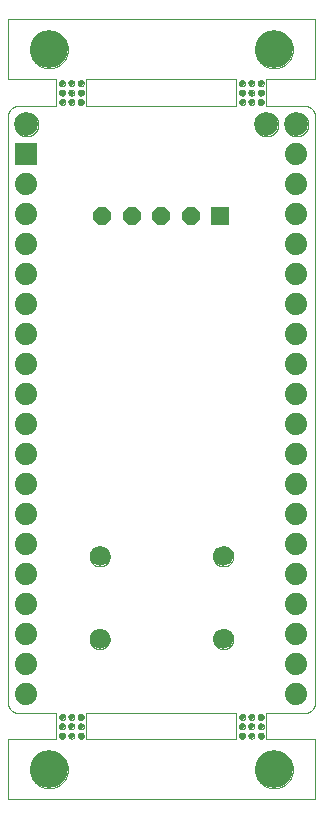
<source format=gbs>
G75*
%MOIN*%
%OFA0B0*%
%FSLAX25Y25*%
%IPPOS*%
%LPD*%
%AMOC8*
5,1,8,0,0,1.08239X$1,22.5*
%
%ADD10C,0.00000*%
%ADD11C,0.07874*%
%ADD12C,0.01969*%
%ADD13C,0.12598*%
%ADD14R,0.07400X0.07400*%
%ADD15C,0.07400*%
%ADD16C,0.06693*%
%ADD17R,0.05906X0.05906*%
%ADD18OC8,0.05906*%
D10*
X0045625Y0001000D02*
X0045625Y0021000D01*
X0061875Y0021000D01*
X0061875Y0029750D01*
X0049375Y0029750D01*
X0049255Y0029752D01*
X0049135Y0029758D01*
X0049015Y0029767D01*
X0048895Y0029781D01*
X0048777Y0029798D01*
X0048658Y0029819D01*
X0048541Y0029844D01*
X0048424Y0029873D01*
X0048308Y0029905D01*
X0048193Y0029941D01*
X0048080Y0029981D01*
X0047968Y0030024D01*
X0047857Y0030071D01*
X0047748Y0030121D01*
X0047640Y0030175D01*
X0047535Y0030233D01*
X0047431Y0030293D01*
X0047329Y0030357D01*
X0047230Y0030424D01*
X0047132Y0030495D01*
X0047037Y0030568D01*
X0046944Y0030645D01*
X0046854Y0030724D01*
X0046766Y0030806D01*
X0046681Y0030891D01*
X0046599Y0030979D01*
X0046520Y0031069D01*
X0046443Y0031162D01*
X0046370Y0031257D01*
X0046299Y0031355D01*
X0046232Y0031454D01*
X0046168Y0031556D01*
X0046108Y0031660D01*
X0046050Y0031765D01*
X0045996Y0031873D01*
X0045946Y0031982D01*
X0045899Y0032093D01*
X0045856Y0032205D01*
X0045816Y0032318D01*
X0045780Y0032433D01*
X0045748Y0032549D01*
X0045719Y0032666D01*
X0045694Y0032783D01*
X0045673Y0032902D01*
X0045656Y0033020D01*
X0045642Y0033140D01*
X0045633Y0033260D01*
X0045627Y0033380D01*
X0045625Y0033500D01*
X0045625Y0228500D01*
X0045627Y0228620D01*
X0045633Y0228740D01*
X0045642Y0228860D01*
X0045656Y0228980D01*
X0045673Y0229098D01*
X0045694Y0229217D01*
X0045719Y0229334D01*
X0045748Y0229451D01*
X0045780Y0229567D01*
X0045816Y0229682D01*
X0045856Y0229795D01*
X0045899Y0229907D01*
X0045946Y0230018D01*
X0045996Y0230127D01*
X0046050Y0230235D01*
X0046108Y0230340D01*
X0046168Y0230444D01*
X0046232Y0230546D01*
X0046299Y0230645D01*
X0046370Y0230743D01*
X0046443Y0230838D01*
X0046520Y0230931D01*
X0046599Y0231021D01*
X0046681Y0231109D01*
X0046766Y0231194D01*
X0046854Y0231276D01*
X0046944Y0231355D01*
X0047037Y0231432D01*
X0047132Y0231505D01*
X0047230Y0231576D01*
X0047329Y0231643D01*
X0047431Y0231707D01*
X0047535Y0231767D01*
X0047640Y0231825D01*
X0047748Y0231879D01*
X0047857Y0231929D01*
X0047968Y0231976D01*
X0048080Y0232019D01*
X0048193Y0232059D01*
X0048308Y0232095D01*
X0048424Y0232127D01*
X0048541Y0232156D01*
X0048658Y0232181D01*
X0048777Y0232202D01*
X0048895Y0232219D01*
X0049015Y0232233D01*
X0049135Y0232242D01*
X0049255Y0232248D01*
X0049375Y0232250D01*
X0054375Y0232250D01*
X0061875Y0232250D01*
X0061875Y0241000D01*
X0045625Y0241000D01*
X0045625Y0261000D01*
X0148125Y0261000D01*
X0148125Y0241000D01*
X0131875Y0241000D01*
X0131875Y0232250D01*
X0139375Y0232250D01*
X0144375Y0232250D01*
X0144495Y0232248D01*
X0144615Y0232242D01*
X0144735Y0232233D01*
X0144855Y0232219D01*
X0144973Y0232202D01*
X0145092Y0232181D01*
X0145209Y0232156D01*
X0145326Y0232127D01*
X0145442Y0232095D01*
X0145557Y0232059D01*
X0145670Y0232019D01*
X0145782Y0231976D01*
X0145893Y0231929D01*
X0146002Y0231879D01*
X0146110Y0231825D01*
X0146215Y0231767D01*
X0146319Y0231707D01*
X0146421Y0231643D01*
X0146520Y0231576D01*
X0146618Y0231505D01*
X0146713Y0231432D01*
X0146806Y0231355D01*
X0146896Y0231276D01*
X0146984Y0231194D01*
X0147069Y0231109D01*
X0147151Y0231021D01*
X0147230Y0230931D01*
X0147307Y0230838D01*
X0147380Y0230743D01*
X0147451Y0230645D01*
X0147518Y0230546D01*
X0147582Y0230444D01*
X0147642Y0230340D01*
X0147700Y0230235D01*
X0147754Y0230127D01*
X0147804Y0230018D01*
X0147851Y0229907D01*
X0147894Y0229795D01*
X0147934Y0229682D01*
X0147970Y0229567D01*
X0148002Y0229451D01*
X0148031Y0229334D01*
X0148056Y0229217D01*
X0148077Y0229098D01*
X0148094Y0228980D01*
X0148108Y0228860D01*
X0148117Y0228740D01*
X0148123Y0228620D01*
X0148125Y0228500D01*
X0148125Y0033500D01*
X0148123Y0033380D01*
X0148117Y0033260D01*
X0148108Y0033140D01*
X0148094Y0033020D01*
X0148077Y0032902D01*
X0148056Y0032783D01*
X0148031Y0032666D01*
X0148002Y0032549D01*
X0147970Y0032433D01*
X0147934Y0032318D01*
X0147894Y0032205D01*
X0147851Y0032093D01*
X0147804Y0031982D01*
X0147754Y0031873D01*
X0147700Y0031765D01*
X0147642Y0031660D01*
X0147582Y0031556D01*
X0147518Y0031454D01*
X0147451Y0031355D01*
X0147380Y0031257D01*
X0147307Y0031162D01*
X0147230Y0031069D01*
X0147151Y0030979D01*
X0147069Y0030891D01*
X0146984Y0030806D01*
X0146896Y0030724D01*
X0146806Y0030645D01*
X0146713Y0030568D01*
X0146618Y0030495D01*
X0146520Y0030424D01*
X0146421Y0030357D01*
X0146319Y0030293D01*
X0146215Y0030233D01*
X0146110Y0030175D01*
X0146002Y0030121D01*
X0145893Y0030071D01*
X0145782Y0030024D01*
X0145670Y0029981D01*
X0145557Y0029941D01*
X0145442Y0029905D01*
X0145326Y0029873D01*
X0145209Y0029844D01*
X0145092Y0029819D01*
X0144973Y0029798D01*
X0144855Y0029781D01*
X0144735Y0029767D01*
X0144615Y0029758D01*
X0144495Y0029752D01*
X0144375Y0029750D01*
X0131875Y0029750D01*
X0131875Y0021000D01*
X0148125Y0021000D01*
X0148125Y0001000D01*
X0045625Y0001000D01*
X0053076Y0011000D02*
X0053078Y0011158D01*
X0053084Y0011316D01*
X0053094Y0011474D01*
X0053108Y0011632D01*
X0053126Y0011789D01*
X0053147Y0011946D01*
X0053173Y0012102D01*
X0053203Y0012258D01*
X0053236Y0012413D01*
X0053274Y0012566D01*
X0053315Y0012719D01*
X0053360Y0012871D01*
X0053409Y0013022D01*
X0053462Y0013171D01*
X0053518Y0013319D01*
X0053578Y0013465D01*
X0053642Y0013610D01*
X0053710Y0013753D01*
X0053781Y0013895D01*
X0053855Y0014035D01*
X0053933Y0014172D01*
X0054015Y0014308D01*
X0054099Y0014442D01*
X0054188Y0014573D01*
X0054279Y0014702D01*
X0054374Y0014829D01*
X0054471Y0014954D01*
X0054572Y0015076D01*
X0054676Y0015195D01*
X0054783Y0015312D01*
X0054893Y0015426D01*
X0055006Y0015537D01*
X0055121Y0015646D01*
X0055239Y0015751D01*
X0055360Y0015853D01*
X0055483Y0015953D01*
X0055609Y0016049D01*
X0055737Y0016142D01*
X0055867Y0016232D01*
X0056000Y0016318D01*
X0056135Y0016402D01*
X0056271Y0016481D01*
X0056410Y0016558D01*
X0056551Y0016630D01*
X0056693Y0016700D01*
X0056837Y0016765D01*
X0056983Y0016827D01*
X0057130Y0016885D01*
X0057279Y0016940D01*
X0057429Y0016991D01*
X0057580Y0017038D01*
X0057732Y0017081D01*
X0057885Y0017120D01*
X0058040Y0017156D01*
X0058195Y0017187D01*
X0058351Y0017215D01*
X0058507Y0017239D01*
X0058664Y0017259D01*
X0058822Y0017275D01*
X0058979Y0017287D01*
X0059138Y0017295D01*
X0059296Y0017299D01*
X0059454Y0017299D01*
X0059612Y0017295D01*
X0059771Y0017287D01*
X0059928Y0017275D01*
X0060086Y0017259D01*
X0060243Y0017239D01*
X0060399Y0017215D01*
X0060555Y0017187D01*
X0060710Y0017156D01*
X0060865Y0017120D01*
X0061018Y0017081D01*
X0061170Y0017038D01*
X0061321Y0016991D01*
X0061471Y0016940D01*
X0061620Y0016885D01*
X0061767Y0016827D01*
X0061913Y0016765D01*
X0062057Y0016700D01*
X0062199Y0016630D01*
X0062340Y0016558D01*
X0062479Y0016481D01*
X0062615Y0016402D01*
X0062750Y0016318D01*
X0062883Y0016232D01*
X0063013Y0016142D01*
X0063141Y0016049D01*
X0063267Y0015953D01*
X0063390Y0015853D01*
X0063511Y0015751D01*
X0063629Y0015646D01*
X0063744Y0015537D01*
X0063857Y0015426D01*
X0063967Y0015312D01*
X0064074Y0015195D01*
X0064178Y0015076D01*
X0064279Y0014954D01*
X0064376Y0014829D01*
X0064471Y0014702D01*
X0064562Y0014573D01*
X0064651Y0014442D01*
X0064735Y0014308D01*
X0064817Y0014172D01*
X0064895Y0014035D01*
X0064969Y0013895D01*
X0065040Y0013753D01*
X0065108Y0013610D01*
X0065172Y0013465D01*
X0065232Y0013319D01*
X0065288Y0013171D01*
X0065341Y0013022D01*
X0065390Y0012871D01*
X0065435Y0012719D01*
X0065476Y0012566D01*
X0065514Y0012413D01*
X0065547Y0012258D01*
X0065577Y0012102D01*
X0065603Y0011946D01*
X0065624Y0011789D01*
X0065642Y0011632D01*
X0065656Y0011474D01*
X0065666Y0011316D01*
X0065672Y0011158D01*
X0065674Y0011000D01*
X0065672Y0010842D01*
X0065666Y0010684D01*
X0065656Y0010526D01*
X0065642Y0010368D01*
X0065624Y0010211D01*
X0065603Y0010054D01*
X0065577Y0009898D01*
X0065547Y0009742D01*
X0065514Y0009587D01*
X0065476Y0009434D01*
X0065435Y0009281D01*
X0065390Y0009129D01*
X0065341Y0008978D01*
X0065288Y0008829D01*
X0065232Y0008681D01*
X0065172Y0008535D01*
X0065108Y0008390D01*
X0065040Y0008247D01*
X0064969Y0008105D01*
X0064895Y0007965D01*
X0064817Y0007828D01*
X0064735Y0007692D01*
X0064651Y0007558D01*
X0064562Y0007427D01*
X0064471Y0007298D01*
X0064376Y0007171D01*
X0064279Y0007046D01*
X0064178Y0006924D01*
X0064074Y0006805D01*
X0063967Y0006688D01*
X0063857Y0006574D01*
X0063744Y0006463D01*
X0063629Y0006354D01*
X0063511Y0006249D01*
X0063390Y0006147D01*
X0063267Y0006047D01*
X0063141Y0005951D01*
X0063013Y0005858D01*
X0062883Y0005768D01*
X0062750Y0005682D01*
X0062615Y0005598D01*
X0062479Y0005519D01*
X0062340Y0005442D01*
X0062199Y0005370D01*
X0062057Y0005300D01*
X0061913Y0005235D01*
X0061767Y0005173D01*
X0061620Y0005115D01*
X0061471Y0005060D01*
X0061321Y0005009D01*
X0061170Y0004962D01*
X0061018Y0004919D01*
X0060865Y0004880D01*
X0060710Y0004844D01*
X0060555Y0004813D01*
X0060399Y0004785D01*
X0060243Y0004761D01*
X0060086Y0004741D01*
X0059928Y0004725D01*
X0059771Y0004713D01*
X0059612Y0004705D01*
X0059454Y0004701D01*
X0059296Y0004701D01*
X0059138Y0004705D01*
X0058979Y0004713D01*
X0058822Y0004725D01*
X0058664Y0004741D01*
X0058507Y0004761D01*
X0058351Y0004785D01*
X0058195Y0004813D01*
X0058040Y0004844D01*
X0057885Y0004880D01*
X0057732Y0004919D01*
X0057580Y0004962D01*
X0057429Y0005009D01*
X0057279Y0005060D01*
X0057130Y0005115D01*
X0056983Y0005173D01*
X0056837Y0005235D01*
X0056693Y0005300D01*
X0056551Y0005370D01*
X0056410Y0005442D01*
X0056271Y0005519D01*
X0056135Y0005598D01*
X0056000Y0005682D01*
X0055867Y0005768D01*
X0055737Y0005858D01*
X0055609Y0005951D01*
X0055483Y0006047D01*
X0055360Y0006147D01*
X0055239Y0006249D01*
X0055121Y0006354D01*
X0055006Y0006463D01*
X0054893Y0006574D01*
X0054783Y0006688D01*
X0054676Y0006805D01*
X0054572Y0006924D01*
X0054471Y0007046D01*
X0054374Y0007171D01*
X0054279Y0007298D01*
X0054188Y0007427D01*
X0054099Y0007558D01*
X0054015Y0007692D01*
X0053933Y0007828D01*
X0053855Y0007965D01*
X0053781Y0008105D01*
X0053710Y0008247D01*
X0053642Y0008390D01*
X0053578Y0008535D01*
X0053518Y0008681D01*
X0053462Y0008829D01*
X0053409Y0008978D01*
X0053360Y0009129D01*
X0053315Y0009281D01*
X0053274Y0009434D01*
X0053236Y0009587D01*
X0053203Y0009742D01*
X0053173Y0009898D01*
X0053147Y0010054D01*
X0053126Y0010211D01*
X0053108Y0010368D01*
X0053094Y0010526D01*
X0053084Y0010684D01*
X0053078Y0010842D01*
X0053076Y0011000D01*
X0062766Y0022250D02*
X0062768Y0022312D01*
X0062774Y0022375D01*
X0062784Y0022436D01*
X0062798Y0022497D01*
X0062815Y0022557D01*
X0062836Y0022616D01*
X0062862Y0022673D01*
X0062890Y0022728D01*
X0062922Y0022782D01*
X0062958Y0022833D01*
X0062996Y0022883D01*
X0063038Y0022929D01*
X0063082Y0022973D01*
X0063130Y0023014D01*
X0063179Y0023052D01*
X0063231Y0023086D01*
X0063285Y0023117D01*
X0063341Y0023145D01*
X0063399Y0023169D01*
X0063458Y0023190D01*
X0063518Y0023206D01*
X0063579Y0023219D01*
X0063641Y0023228D01*
X0063703Y0023233D01*
X0063766Y0023234D01*
X0063828Y0023231D01*
X0063890Y0023224D01*
X0063952Y0023213D01*
X0064012Y0023198D01*
X0064072Y0023180D01*
X0064130Y0023158D01*
X0064187Y0023132D01*
X0064242Y0023102D01*
X0064295Y0023069D01*
X0064346Y0023033D01*
X0064394Y0022994D01*
X0064440Y0022951D01*
X0064483Y0022906D01*
X0064523Y0022858D01*
X0064560Y0022808D01*
X0064594Y0022755D01*
X0064625Y0022701D01*
X0064651Y0022645D01*
X0064675Y0022587D01*
X0064694Y0022527D01*
X0064710Y0022467D01*
X0064722Y0022405D01*
X0064730Y0022344D01*
X0064734Y0022281D01*
X0064734Y0022219D01*
X0064730Y0022156D01*
X0064722Y0022095D01*
X0064710Y0022033D01*
X0064694Y0021973D01*
X0064675Y0021913D01*
X0064651Y0021855D01*
X0064625Y0021799D01*
X0064594Y0021745D01*
X0064560Y0021692D01*
X0064523Y0021642D01*
X0064483Y0021594D01*
X0064440Y0021549D01*
X0064394Y0021506D01*
X0064346Y0021467D01*
X0064295Y0021431D01*
X0064242Y0021398D01*
X0064187Y0021368D01*
X0064130Y0021342D01*
X0064072Y0021320D01*
X0064012Y0021302D01*
X0063952Y0021287D01*
X0063890Y0021276D01*
X0063828Y0021269D01*
X0063766Y0021266D01*
X0063703Y0021267D01*
X0063641Y0021272D01*
X0063579Y0021281D01*
X0063518Y0021294D01*
X0063458Y0021310D01*
X0063399Y0021331D01*
X0063341Y0021355D01*
X0063285Y0021383D01*
X0063231Y0021414D01*
X0063179Y0021448D01*
X0063130Y0021486D01*
X0063082Y0021527D01*
X0063038Y0021571D01*
X0062996Y0021617D01*
X0062958Y0021667D01*
X0062922Y0021718D01*
X0062890Y0021772D01*
X0062862Y0021827D01*
X0062836Y0021884D01*
X0062815Y0021943D01*
X0062798Y0022003D01*
X0062784Y0022064D01*
X0062774Y0022125D01*
X0062768Y0022188D01*
X0062766Y0022250D01*
X0062766Y0025375D02*
X0062768Y0025437D01*
X0062774Y0025500D01*
X0062784Y0025561D01*
X0062798Y0025622D01*
X0062815Y0025682D01*
X0062836Y0025741D01*
X0062862Y0025798D01*
X0062890Y0025853D01*
X0062922Y0025907D01*
X0062958Y0025958D01*
X0062996Y0026008D01*
X0063038Y0026054D01*
X0063082Y0026098D01*
X0063130Y0026139D01*
X0063179Y0026177D01*
X0063231Y0026211D01*
X0063285Y0026242D01*
X0063341Y0026270D01*
X0063399Y0026294D01*
X0063458Y0026315D01*
X0063518Y0026331D01*
X0063579Y0026344D01*
X0063641Y0026353D01*
X0063703Y0026358D01*
X0063766Y0026359D01*
X0063828Y0026356D01*
X0063890Y0026349D01*
X0063952Y0026338D01*
X0064012Y0026323D01*
X0064072Y0026305D01*
X0064130Y0026283D01*
X0064187Y0026257D01*
X0064242Y0026227D01*
X0064295Y0026194D01*
X0064346Y0026158D01*
X0064394Y0026119D01*
X0064440Y0026076D01*
X0064483Y0026031D01*
X0064523Y0025983D01*
X0064560Y0025933D01*
X0064594Y0025880D01*
X0064625Y0025826D01*
X0064651Y0025770D01*
X0064675Y0025712D01*
X0064694Y0025652D01*
X0064710Y0025592D01*
X0064722Y0025530D01*
X0064730Y0025469D01*
X0064734Y0025406D01*
X0064734Y0025344D01*
X0064730Y0025281D01*
X0064722Y0025220D01*
X0064710Y0025158D01*
X0064694Y0025098D01*
X0064675Y0025038D01*
X0064651Y0024980D01*
X0064625Y0024924D01*
X0064594Y0024870D01*
X0064560Y0024817D01*
X0064523Y0024767D01*
X0064483Y0024719D01*
X0064440Y0024674D01*
X0064394Y0024631D01*
X0064346Y0024592D01*
X0064295Y0024556D01*
X0064242Y0024523D01*
X0064187Y0024493D01*
X0064130Y0024467D01*
X0064072Y0024445D01*
X0064012Y0024427D01*
X0063952Y0024412D01*
X0063890Y0024401D01*
X0063828Y0024394D01*
X0063766Y0024391D01*
X0063703Y0024392D01*
X0063641Y0024397D01*
X0063579Y0024406D01*
X0063518Y0024419D01*
X0063458Y0024435D01*
X0063399Y0024456D01*
X0063341Y0024480D01*
X0063285Y0024508D01*
X0063231Y0024539D01*
X0063179Y0024573D01*
X0063130Y0024611D01*
X0063082Y0024652D01*
X0063038Y0024696D01*
X0062996Y0024742D01*
X0062958Y0024792D01*
X0062922Y0024843D01*
X0062890Y0024897D01*
X0062862Y0024952D01*
X0062836Y0025009D01*
X0062815Y0025068D01*
X0062798Y0025128D01*
X0062784Y0025189D01*
X0062774Y0025250D01*
X0062768Y0025313D01*
X0062766Y0025375D01*
X0062766Y0028500D02*
X0062768Y0028562D01*
X0062774Y0028625D01*
X0062784Y0028686D01*
X0062798Y0028747D01*
X0062815Y0028807D01*
X0062836Y0028866D01*
X0062862Y0028923D01*
X0062890Y0028978D01*
X0062922Y0029032D01*
X0062958Y0029083D01*
X0062996Y0029133D01*
X0063038Y0029179D01*
X0063082Y0029223D01*
X0063130Y0029264D01*
X0063179Y0029302D01*
X0063231Y0029336D01*
X0063285Y0029367D01*
X0063341Y0029395D01*
X0063399Y0029419D01*
X0063458Y0029440D01*
X0063518Y0029456D01*
X0063579Y0029469D01*
X0063641Y0029478D01*
X0063703Y0029483D01*
X0063766Y0029484D01*
X0063828Y0029481D01*
X0063890Y0029474D01*
X0063952Y0029463D01*
X0064012Y0029448D01*
X0064072Y0029430D01*
X0064130Y0029408D01*
X0064187Y0029382D01*
X0064242Y0029352D01*
X0064295Y0029319D01*
X0064346Y0029283D01*
X0064394Y0029244D01*
X0064440Y0029201D01*
X0064483Y0029156D01*
X0064523Y0029108D01*
X0064560Y0029058D01*
X0064594Y0029005D01*
X0064625Y0028951D01*
X0064651Y0028895D01*
X0064675Y0028837D01*
X0064694Y0028777D01*
X0064710Y0028717D01*
X0064722Y0028655D01*
X0064730Y0028594D01*
X0064734Y0028531D01*
X0064734Y0028469D01*
X0064730Y0028406D01*
X0064722Y0028345D01*
X0064710Y0028283D01*
X0064694Y0028223D01*
X0064675Y0028163D01*
X0064651Y0028105D01*
X0064625Y0028049D01*
X0064594Y0027995D01*
X0064560Y0027942D01*
X0064523Y0027892D01*
X0064483Y0027844D01*
X0064440Y0027799D01*
X0064394Y0027756D01*
X0064346Y0027717D01*
X0064295Y0027681D01*
X0064242Y0027648D01*
X0064187Y0027618D01*
X0064130Y0027592D01*
X0064072Y0027570D01*
X0064012Y0027552D01*
X0063952Y0027537D01*
X0063890Y0027526D01*
X0063828Y0027519D01*
X0063766Y0027516D01*
X0063703Y0027517D01*
X0063641Y0027522D01*
X0063579Y0027531D01*
X0063518Y0027544D01*
X0063458Y0027560D01*
X0063399Y0027581D01*
X0063341Y0027605D01*
X0063285Y0027633D01*
X0063231Y0027664D01*
X0063179Y0027698D01*
X0063130Y0027736D01*
X0063082Y0027777D01*
X0063038Y0027821D01*
X0062996Y0027867D01*
X0062958Y0027917D01*
X0062922Y0027968D01*
X0062890Y0028022D01*
X0062862Y0028077D01*
X0062836Y0028134D01*
X0062815Y0028193D01*
X0062798Y0028253D01*
X0062784Y0028314D01*
X0062774Y0028375D01*
X0062768Y0028438D01*
X0062766Y0028500D01*
X0065891Y0028500D02*
X0065893Y0028562D01*
X0065899Y0028625D01*
X0065909Y0028686D01*
X0065923Y0028747D01*
X0065940Y0028807D01*
X0065961Y0028866D01*
X0065987Y0028923D01*
X0066015Y0028978D01*
X0066047Y0029032D01*
X0066083Y0029083D01*
X0066121Y0029133D01*
X0066163Y0029179D01*
X0066207Y0029223D01*
X0066255Y0029264D01*
X0066304Y0029302D01*
X0066356Y0029336D01*
X0066410Y0029367D01*
X0066466Y0029395D01*
X0066524Y0029419D01*
X0066583Y0029440D01*
X0066643Y0029456D01*
X0066704Y0029469D01*
X0066766Y0029478D01*
X0066828Y0029483D01*
X0066891Y0029484D01*
X0066953Y0029481D01*
X0067015Y0029474D01*
X0067077Y0029463D01*
X0067137Y0029448D01*
X0067197Y0029430D01*
X0067255Y0029408D01*
X0067312Y0029382D01*
X0067367Y0029352D01*
X0067420Y0029319D01*
X0067471Y0029283D01*
X0067519Y0029244D01*
X0067565Y0029201D01*
X0067608Y0029156D01*
X0067648Y0029108D01*
X0067685Y0029058D01*
X0067719Y0029005D01*
X0067750Y0028951D01*
X0067776Y0028895D01*
X0067800Y0028837D01*
X0067819Y0028777D01*
X0067835Y0028717D01*
X0067847Y0028655D01*
X0067855Y0028594D01*
X0067859Y0028531D01*
X0067859Y0028469D01*
X0067855Y0028406D01*
X0067847Y0028345D01*
X0067835Y0028283D01*
X0067819Y0028223D01*
X0067800Y0028163D01*
X0067776Y0028105D01*
X0067750Y0028049D01*
X0067719Y0027995D01*
X0067685Y0027942D01*
X0067648Y0027892D01*
X0067608Y0027844D01*
X0067565Y0027799D01*
X0067519Y0027756D01*
X0067471Y0027717D01*
X0067420Y0027681D01*
X0067367Y0027648D01*
X0067312Y0027618D01*
X0067255Y0027592D01*
X0067197Y0027570D01*
X0067137Y0027552D01*
X0067077Y0027537D01*
X0067015Y0027526D01*
X0066953Y0027519D01*
X0066891Y0027516D01*
X0066828Y0027517D01*
X0066766Y0027522D01*
X0066704Y0027531D01*
X0066643Y0027544D01*
X0066583Y0027560D01*
X0066524Y0027581D01*
X0066466Y0027605D01*
X0066410Y0027633D01*
X0066356Y0027664D01*
X0066304Y0027698D01*
X0066255Y0027736D01*
X0066207Y0027777D01*
X0066163Y0027821D01*
X0066121Y0027867D01*
X0066083Y0027917D01*
X0066047Y0027968D01*
X0066015Y0028022D01*
X0065987Y0028077D01*
X0065961Y0028134D01*
X0065940Y0028193D01*
X0065923Y0028253D01*
X0065909Y0028314D01*
X0065899Y0028375D01*
X0065893Y0028438D01*
X0065891Y0028500D01*
X0065891Y0025375D02*
X0065893Y0025437D01*
X0065899Y0025500D01*
X0065909Y0025561D01*
X0065923Y0025622D01*
X0065940Y0025682D01*
X0065961Y0025741D01*
X0065987Y0025798D01*
X0066015Y0025853D01*
X0066047Y0025907D01*
X0066083Y0025958D01*
X0066121Y0026008D01*
X0066163Y0026054D01*
X0066207Y0026098D01*
X0066255Y0026139D01*
X0066304Y0026177D01*
X0066356Y0026211D01*
X0066410Y0026242D01*
X0066466Y0026270D01*
X0066524Y0026294D01*
X0066583Y0026315D01*
X0066643Y0026331D01*
X0066704Y0026344D01*
X0066766Y0026353D01*
X0066828Y0026358D01*
X0066891Y0026359D01*
X0066953Y0026356D01*
X0067015Y0026349D01*
X0067077Y0026338D01*
X0067137Y0026323D01*
X0067197Y0026305D01*
X0067255Y0026283D01*
X0067312Y0026257D01*
X0067367Y0026227D01*
X0067420Y0026194D01*
X0067471Y0026158D01*
X0067519Y0026119D01*
X0067565Y0026076D01*
X0067608Y0026031D01*
X0067648Y0025983D01*
X0067685Y0025933D01*
X0067719Y0025880D01*
X0067750Y0025826D01*
X0067776Y0025770D01*
X0067800Y0025712D01*
X0067819Y0025652D01*
X0067835Y0025592D01*
X0067847Y0025530D01*
X0067855Y0025469D01*
X0067859Y0025406D01*
X0067859Y0025344D01*
X0067855Y0025281D01*
X0067847Y0025220D01*
X0067835Y0025158D01*
X0067819Y0025098D01*
X0067800Y0025038D01*
X0067776Y0024980D01*
X0067750Y0024924D01*
X0067719Y0024870D01*
X0067685Y0024817D01*
X0067648Y0024767D01*
X0067608Y0024719D01*
X0067565Y0024674D01*
X0067519Y0024631D01*
X0067471Y0024592D01*
X0067420Y0024556D01*
X0067367Y0024523D01*
X0067312Y0024493D01*
X0067255Y0024467D01*
X0067197Y0024445D01*
X0067137Y0024427D01*
X0067077Y0024412D01*
X0067015Y0024401D01*
X0066953Y0024394D01*
X0066891Y0024391D01*
X0066828Y0024392D01*
X0066766Y0024397D01*
X0066704Y0024406D01*
X0066643Y0024419D01*
X0066583Y0024435D01*
X0066524Y0024456D01*
X0066466Y0024480D01*
X0066410Y0024508D01*
X0066356Y0024539D01*
X0066304Y0024573D01*
X0066255Y0024611D01*
X0066207Y0024652D01*
X0066163Y0024696D01*
X0066121Y0024742D01*
X0066083Y0024792D01*
X0066047Y0024843D01*
X0066015Y0024897D01*
X0065987Y0024952D01*
X0065961Y0025009D01*
X0065940Y0025068D01*
X0065923Y0025128D01*
X0065909Y0025189D01*
X0065899Y0025250D01*
X0065893Y0025313D01*
X0065891Y0025375D01*
X0065891Y0022250D02*
X0065893Y0022312D01*
X0065899Y0022375D01*
X0065909Y0022436D01*
X0065923Y0022497D01*
X0065940Y0022557D01*
X0065961Y0022616D01*
X0065987Y0022673D01*
X0066015Y0022728D01*
X0066047Y0022782D01*
X0066083Y0022833D01*
X0066121Y0022883D01*
X0066163Y0022929D01*
X0066207Y0022973D01*
X0066255Y0023014D01*
X0066304Y0023052D01*
X0066356Y0023086D01*
X0066410Y0023117D01*
X0066466Y0023145D01*
X0066524Y0023169D01*
X0066583Y0023190D01*
X0066643Y0023206D01*
X0066704Y0023219D01*
X0066766Y0023228D01*
X0066828Y0023233D01*
X0066891Y0023234D01*
X0066953Y0023231D01*
X0067015Y0023224D01*
X0067077Y0023213D01*
X0067137Y0023198D01*
X0067197Y0023180D01*
X0067255Y0023158D01*
X0067312Y0023132D01*
X0067367Y0023102D01*
X0067420Y0023069D01*
X0067471Y0023033D01*
X0067519Y0022994D01*
X0067565Y0022951D01*
X0067608Y0022906D01*
X0067648Y0022858D01*
X0067685Y0022808D01*
X0067719Y0022755D01*
X0067750Y0022701D01*
X0067776Y0022645D01*
X0067800Y0022587D01*
X0067819Y0022527D01*
X0067835Y0022467D01*
X0067847Y0022405D01*
X0067855Y0022344D01*
X0067859Y0022281D01*
X0067859Y0022219D01*
X0067855Y0022156D01*
X0067847Y0022095D01*
X0067835Y0022033D01*
X0067819Y0021973D01*
X0067800Y0021913D01*
X0067776Y0021855D01*
X0067750Y0021799D01*
X0067719Y0021745D01*
X0067685Y0021692D01*
X0067648Y0021642D01*
X0067608Y0021594D01*
X0067565Y0021549D01*
X0067519Y0021506D01*
X0067471Y0021467D01*
X0067420Y0021431D01*
X0067367Y0021398D01*
X0067312Y0021368D01*
X0067255Y0021342D01*
X0067197Y0021320D01*
X0067137Y0021302D01*
X0067077Y0021287D01*
X0067015Y0021276D01*
X0066953Y0021269D01*
X0066891Y0021266D01*
X0066828Y0021267D01*
X0066766Y0021272D01*
X0066704Y0021281D01*
X0066643Y0021294D01*
X0066583Y0021310D01*
X0066524Y0021331D01*
X0066466Y0021355D01*
X0066410Y0021383D01*
X0066356Y0021414D01*
X0066304Y0021448D01*
X0066255Y0021486D01*
X0066207Y0021527D01*
X0066163Y0021571D01*
X0066121Y0021617D01*
X0066083Y0021667D01*
X0066047Y0021718D01*
X0066015Y0021772D01*
X0065987Y0021827D01*
X0065961Y0021884D01*
X0065940Y0021943D01*
X0065923Y0022003D01*
X0065909Y0022064D01*
X0065899Y0022125D01*
X0065893Y0022188D01*
X0065891Y0022250D01*
X0069016Y0022250D02*
X0069018Y0022312D01*
X0069024Y0022375D01*
X0069034Y0022436D01*
X0069048Y0022497D01*
X0069065Y0022557D01*
X0069086Y0022616D01*
X0069112Y0022673D01*
X0069140Y0022728D01*
X0069172Y0022782D01*
X0069208Y0022833D01*
X0069246Y0022883D01*
X0069288Y0022929D01*
X0069332Y0022973D01*
X0069380Y0023014D01*
X0069429Y0023052D01*
X0069481Y0023086D01*
X0069535Y0023117D01*
X0069591Y0023145D01*
X0069649Y0023169D01*
X0069708Y0023190D01*
X0069768Y0023206D01*
X0069829Y0023219D01*
X0069891Y0023228D01*
X0069953Y0023233D01*
X0070016Y0023234D01*
X0070078Y0023231D01*
X0070140Y0023224D01*
X0070202Y0023213D01*
X0070262Y0023198D01*
X0070322Y0023180D01*
X0070380Y0023158D01*
X0070437Y0023132D01*
X0070492Y0023102D01*
X0070545Y0023069D01*
X0070596Y0023033D01*
X0070644Y0022994D01*
X0070690Y0022951D01*
X0070733Y0022906D01*
X0070773Y0022858D01*
X0070810Y0022808D01*
X0070844Y0022755D01*
X0070875Y0022701D01*
X0070901Y0022645D01*
X0070925Y0022587D01*
X0070944Y0022527D01*
X0070960Y0022467D01*
X0070972Y0022405D01*
X0070980Y0022344D01*
X0070984Y0022281D01*
X0070984Y0022219D01*
X0070980Y0022156D01*
X0070972Y0022095D01*
X0070960Y0022033D01*
X0070944Y0021973D01*
X0070925Y0021913D01*
X0070901Y0021855D01*
X0070875Y0021799D01*
X0070844Y0021745D01*
X0070810Y0021692D01*
X0070773Y0021642D01*
X0070733Y0021594D01*
X0070690Y0021549D01*
X0070644Y0021506D01*
X0070596Y0021467D01*
X0070545Y0021431D01*
X0070492Y0021398D01*
X0070437Y0021368D01*
X0070380Y0021342D01*
X0070322Y0021320D01*
X0070262Y0021302D01*
X0070202Y0021287D01*
X0070140Y0021276D01*
X0070078Y0021269D01*
X0070016Y0021266D01*
X0069953Y0021267D01*
X0069891Y0021272D01*
X0069829Y0021281D01*
X0069768Y0021294D01*
X0069708Y0021310D01*
X0069649Y0021331D01*
X0069591Y0021355D01*
X0069535Y0021383D01*
X0069481Y0021414D01*
X0069429Y0021448D01*
X0069380Y0021486D01*
X0069332Y0021527D01*
X0069288Y0021571D01*
X0069246Y0021617D01*
X0069208Y0021667D01*
X0069172Y0021718D01*
X0069140Y0021772D01*
X0069112Y0021827D01*
X0069086Y0021884D01*
X0069065Y0021943D01*
X0069048Y0022003D01*
X0069034Y0022064D01*
X0069024Y0022125D01*
X0069018Y0022188D01*
X0069016Y0022250D01*
X0069016Y0025375D02*
X0069018Y0025437D01*
X0069024Y0025500D01*
X0069034Y0025561D01*
X0069048Y0025622D01*
X0069065Y0025682D01*
X0069086Y0025741D01*
X0069112Y0025798D01*
X0069140Y0025853D01*
X0069172Y0025907D01*
X0069208Y0025958D01*
X0069246Y0026008D01*
X0069288Y0026054D01*
X0069332Y0026098D01*
X0069380Y0026139D01*
X0069429Y0026177D01*
X0069481Y0026211D01*
X0069535Y0026242D01*
X0069591Y0026270D01*
X0069649Y0026294D01*
X0069708Y0026315D01*
X0069768Y0026331D01*
X0069829Y0026344D01*
X0069891Y0026353D01*
X0069953Y0026358D01*
X0070016Y0026359D01*
X0070078Y0026356D01*
X0070140Y0026349D01*
X0070202Y0026338D01*
X0070262Y0026323D01*
X0070322Y0026305D01*
X0070380Y0026283D01*
X0070437Y0026257D01*
X0070492Y0026227D01*
X0070545Y0026194D01*
X0070596Y0026158D01*
X0070644Y0026119D01*
X0070690Y0026076D01*
X0070733Y0026031D01*
X0070773Y0025983D01*
X0070810Y0025933D01*
X0070844Y0025880D01*
X0070875Y0025826D01*
X0070901Y0025770D01*
X0070925Y0025712D01*
X0070944Y0025652D01*
X0070960Y0025592D01*
X0070972Y0025530D01*
X0070980Y0025469D01*
X0070984Y0025406D01*
X0070984Y0025344D01*
X0070980Y0025281D01*
X0070972Y0025220D01*
X0070960Y0025158D01*
X0070944Y0025098D01*
X0070925Y0025038D01*
X0070901Y0024980D01*
X0070875Y0024924D01*
X0070844Y0024870D01*
X0070810Y0024817D01*
X0070773Y0024767D01*
X0070733Y0024719D01*
X0070690Y0024674D01*
X0070644Y0024631D01*
X0070596Y0024592D01*
X0070545Y0024556D01*
X0070492Y0024523D01*
X0070437Y0024493D01*
X0070380Y0024467D01*
X0070322Y0024445D01*
X0070262Y0024427D01*
X0070202Y0024412D01*
X0070140Y0024401D01*
X0070078Y0024394D01*
X0070016Y0024391D01*
X0069953Y0024392D01*
X0069891Y0024397D01*
X0069829Y0024406D01*
X0069768Y0024419D01*
X0069708Y0024435D01*
X0069649Y0024456D01*
X0069591Y0024480D01*
X0069535Y0024508D01*
X0069481Y0024539D01*
X0069429Y0024573D01*
X0069380Y0024611D01*
X0069332Y0024652D01*
X0069288Y0024696D01*
X0069246Y0024742D01*
X0069208Y0024792D01*
X0069172Y0024843D01*
X0069140Y0024897D01*
X0069112Y0024952D01*
X0069086Y0025009D01*
X0069065Y0025068D01*
X0069048Y0025128D01*
X0069034Y0025189D01*
X0069024Y0025250D01*
X0069018Y0025313D01*
X0069016Y0025375D01*
X0069016Y0028500D02*
X0069018Y0028562D01*
X0069024Y0028625D01*
X0069034Y0028686D01*
X0069048Y0028747D01*
X0069065Y0028807D01*
X0069086Y0028866D01*
X0069112Y0028923D01*
X0069140Y0028978D01*
X0069172Y0029032D01*
X0069208Y0029083D01*
X0069246Y0029133D01*
X0069288Y0029179D01*
X0069332Y0029223D01*
X0069380Y0029264D01*
X0069429Y0029302D01*
X0069481Y0029336D01*
X0069535Y0029367D01*
X0069591Y0029395D01*
X0069649Y0029419D01*
X0069708Y0029440D01*
X0069768Y0029456D01*
X0069829Y0029469D01*
X0069891Y0029478D01*
X0069953Y0029483D01*
X0070016Y0029484D01*
X0070078Y0029481D01*
X0070140Y0029474D01*
X0070202Y0029463D01*
X0070262Y0029448D01*
X0070322Y0029430D01*
X0070380Y0029408D01*
X0070437Y0029382D01*
X0070492Y0029352D01*
X0070545Y0029319D01*
X0070596Y0029283D01*
X0070644Y0029244D01*
X0070690Y0029201D01*
X0070733Y0029156D01*
X0070773Y0029108D01*
X0070810Y0029058D01*
X0070844Y0029005D01*
X0070875Y0028951D01*
X0070901Y0028895D01*
X0070925Y0028837D01*
X0070944Y0028777D01*
X0070960Y0028717D01*
X0070972Y0028655D01*
X0070980Y0028594D01*
X0070984Y0028531D01*
X0070984Y0028469D01*
X0070980Y0028406D01*
X0070972Y0028345D01*
X0070960Y0028283D01*
X0070944Y0028223D01*
X0070925Y0028163D01*
X0070901Y0028105D01*
X0070875Y0028049D01*
X0070844Y0027995D01*
X0070810Y0027942D01*
X0070773Y0027892D01*
X0070733Y0027844D01*
X0070690Y0027799D01*
X0070644Y0027756D01*
X0070596Y0027717D01*
X0070545Y0027681D01*
X0070492Y0027648D01*
X0070437Y0027618D01*
X0070380Y0027592D01*
X0070322Y0027570D01*
X0070262Y0027552D01*
X0070202Y0027537D01*
X0070140Y0027526D01*
X0070078Y0027519D01*
X0070016Y0027516D01*
X0069953Y0027517D01*
X0069891Y0027522D01*
X0069829Y0027531D01*
X0069768Y0027544D01*
X0069708Y0027560D01*
X0069649Y0027581D01*
X0069591Y0027605D01*
X0069535Y0027633D01*
X0069481Y0027664D01*
X0069429Y0027698D01*
X0069380Y0027736D01*
X0069332Y0027777D01*
X0069288Y0027821D01*
X0069246Y0027867D01*
X0069208Y0027917D01*
X0069172Y0027968D01*
X0069140Y0028022D01*
X0069112Y0028077D01*
X0069086Y0028134D01*
X0069065Y0028193D01*
X0069048Y0028253D01*
X0069034Y0028314D01*
X0069024Y0028375D01*
X0069018Y0028438D01*
X0069016Y0028500D01*
X0071875Y0029750D02*
X0071875Y0021000D01*
X0121875Y0021000D01*
X0121875Y0029750D01*
X0071875Y0029750D01*
X0072904Y0054455D02*
X0072906Y0054570D01*
X0072912Y0054686D01*
X0072922Y0054801D01*
X0072936Y0054916D01*
X0072954Y0055030D01*
X0072976Y0055143D01*
X0073001Y0055256D01*
X0073031Y0055367D01*
X0073064Y0055478D01*
X0073101Y0055587D01*
X0073142Y0055695D01*
X0073187Y0055802D01*
X0073235Y0055907D01*
X0073287Y0056010D01*
X0073343Y0056111D01*
X0073402Y0056211D01*
X0073464Y0056308D01*
X0073530Y0056403D01*
X0073598Y0056496D01*
X0073670Y0056586D01*
X0073745Y0056674D01*
X0073824Y0056759D01*
X0073905Y0056841D01*
X0073988Y0056921D01*
X0074075Y0056997D01*
X0074164Y0057071D01*
X0074255Y0057141D01*
X0074349Y0057209D01*
X0074445Y0057273D01*
X0074544Y0057333D01*
X0074644Y0057390D01*
X0074746Y0057444D01*
X0074850Y0057494D01*
X0074956Y0057541D01*
X0075063Y0057584D01*
X0075172Y0057623D01*
X0075282Y0057658D01*
X0075393Y0057689D01*
X0075505Y0057717D01*
X0075618Y0057741D01*
X0075732Y0057761D01*
X0075847Y0057777D01*
X0075962Y0057789D01*
X0076077Y0057797D01*
X0076192Y0057801D01*
X0076308Y0057801D01*
X0076423Y0057797D01*
X0076538Y0057789D01*
X0076653Y0057777D01*
X0076768Y0057761D01*
X0076882Y0057741D01*
X0076995Y0057717D01*
X0077107Y0057689D01*
X0077218Y0057658D01*
X0077328Y0057623D01*
X0077437Y0057584D01*
X0077544Y0057541D01*
X0077650Y0057494D01*
X0077754Y0057444D01*
X0077856Y0057390D01*
X0077956Y0057333D01*
X0078055Y0057273D01*
X0078151Y0057209D01*
X0078245Y0057141D01*
X0078336Y0057071D01*
X0078425Y0056997D01*
X0078512Y0056921D01*
X0078595Y0056841D01*
X0078676Y0056759D01*
X0078755Y0056674D01*
X0078830Y0056586D01*
X0078902Y0056496D01*
X0078970Y0056403D01*
X0079036Y0056308D01*
X0079098Y0056211D01*
X0079157Y0056111D01*
X0079213Y0056010D01*
X0079265Y0055907D01*
X0079313Y0055802D01*
X0079358Y0055695D01*
X0079399Y0055587D01*
X0079436Y0055478D01*
X0079469Y0055367D01*
X0079499Y0055256D01*
X0079524Y0055143D01*
X0079546Y0055030D01*
X0079564Y0054916D01*
X0079578Y0054801D01*
X0079588Y0054686D01*
X0079594Y0054570D01*
X0079596Y0054455D01*
X0079594Y0054340D01*
X0079588Y0054224D01*
X0079578Y0054109D01*
X0079564Y0053994D01*
X0079546Y0053880D01*
X0079524Y0053767D01*
X0079499Y0053654D01*
X0079469Y0053543D01*
X0079436Y0053432D01*
X0079399Y0053323D01*
X0079358Y0053215D01*
X0079313Y0053108D01*
X0079265Y0053003D01*
X0079213Y0052900D01*
X0079157Y0052799D01*
X0079098Y0052699D01*
X0079036Y0052602D01*
X0078970Y0052507D01*
X0078902Y0052414D01*
X0078830Y0052324D01*
X0078755Y0052236D01*
X0078676Y0052151D01*
X0078595Y0052069D01*
X0078512Y0051989D01*
X0078425Y0051913D01*
X0078336Y0051839D01*
X0078245Y0051769D01*
X0078151Y0051701D01*
X0078055Y0051637D01*
X0077956Y0051577D01*
X0077856Y0051520D01*
X0077754Y0051466D01*
X0077650Y0051416D01*
X0077544Y0051369D01*
X0077437Y0051326D01*
X0077328Y0051287D01*
X0077218Y0051252D01*
X0077107Y0051221D01*
X0076995Y0051193D01*
X0076882Y0051169D01*
X0076768Y0051149D01*
X0076653Y0051133D01*
X0076538Y0051121D01*
X0076423Y0051113D01*
X0076308Y0051109D01*
X0076192Y0051109D01*
X0076077Y0051113D01*
X0075962Y0051121D01*
X0075847Y0051133D01*
X0075732Y0051149D01*
X0075618Y0051169D01*
X0075505Y0051193D01*
X0075393Y0051221D01*
X0075282Y0051252D01*
X0075172Y0051287D01*
X0075063Y0051326D01*
X0074956Y0051369D01*
X0074850Y0051416D01*
X0074746Y0051466D01*
X0074644Y0051520D01*
X0074544Y0051577D01*
X0074445Y0051637D01*
X0074349Y0051701D01*
X0074255Y0051769D01*
X0074164Y0051839D01*
X0074075Y0051913D01*
X0073988Y0051989D01*
X0073905Y0052069D01*
X0073824Y0052151D01*
X0073745Y0052236D01*
X0073670Y0052324D01*
X0073598Y0052414D01*
X0073530Y0052507D01*
X0073464Y0052602D01*
X0073402Y0052699D01*
X0073343Y0052799D01*
X0073287Y0052900D01*
X0073235Y0053003D01*
X0073187Y0053108D01*
X0073142Y0053215D01*
X0073101Y0053323D01*
X0073064Y0053432D01*
X0073031Y0053543D01*
X0073001Y0053654D01*
X0072976Y0053767D01*
X0072954Y0053880D01*
X0072936Y0053994D01*
X0072922Y0054109D01*
X0072912Y0054224D01*
X0072906Y0054340D01*
X0072904Y0054455D01*
X0072904Y0082014D02*
X0072906Y0082129D01*
X0072912Y0082245D01*
X0072922Y0082360D01*
X0072936Y0082475D01*
X0072954Y0082589D01*
X0072976Y0082702D01*
X0073001Y0082815D01*
X0073031Y0082926D01*
X0073064Y0083037D01*
X0073101Y0083146D01*
X0073142Y0083254D01*
X0073187Y0083361D01*
X0073235Y0083466D01*
X0073287Y0083569D01*
X0073343Y0083670D01*
X0073402Y0083770D01*
X0073464Y0083867D01*
X0073530Y0083962D01*
X0073598Y0084055D01*
X0073670Y0084145D01*
X0073745Y0084233D01*
X0073824Y0084318D01*
X0073905Y0084400D01*
X0073988Y0084480D01*
X0074075Y0084556D01*
X0074164Y0084630D01*
X0074255Y0084700D01*
X0074349Y0084768D01*
X0074445Y0084832D01*
X0074544Y0084892D01*
X0074644Y0084949D01*
X0074746Y0085003D01*
X0074850Y0085053D01*
X0074956Y0085100D01*
X0075063Y0085143D01*
X0075172Y0085182D01*
X0075282Y0085217D01*
X0075393Y0085248D01*
X0075505Y0085276D01*
X0075618Y0085300D01*
X0075732Y0085320D01*
X0075847Y0085336D01*
X0075962Y0085348D01*
X0076077Y0085356D01*
X0076192Y0085360D01*
X0076308Y0085360D01*
X0076423Y0085356D01*
X0076538Y0085348D01*
X0076653Y0085336D01*
X0076768Y0085320D01*
X0076882Y0085300D01*
X0076995Y0085276D01*
X0077107Y0085248D01*
X0077218Y0085217D01*
X0077328Y0085182D01*
X0077437Y0085143D01*
X0077544Y0085100D01*
X0077650Y0085053D01*
X0077754Y0085003D01*
X0077856Y0084949D01*
X0077956Y0084892D01*
X0078055Y0084832D01*
X0078151Y0084768D01*
X0078245Y0084700D01*
X0078336Y0084630D01*
X0078425Y0084556D01*
X0078512Y0084480D01*
X0078595Y0084400D01*
X0078676Y0084318D01*
X0078755Y0084233D01*
X0078830Y0084145D01*
X0078902Y0084055D01*
X0078970Y0083962D01*
X0079036Y0083867D01*
X0079098Y0083770D01*
X0079157Y0083670D01*
X0079213Y0083569D01*
X0079265Y0083466D01*
X0079313Y0083361D01*
X0079358Y0083254D01*
X0079399Y0083146D01*
X0079436Y0083037D01*
X0079469Y0082926D01*
X0079499Y0082815D01*
X0079524Y0082702D01*
X0079546Y0082589D01*
X0079564Y0082475D01*
X0079578Y0082360D01*
X0079588Y0082245D01*
X0079594Y0082129D01*
X0079596Y0082014D01*
X0079594Y0081899D01*
X0079588Y0081783D01*
X0079578Y0081668D01*
X0079564Y0081553D01*
X0079546Y0081439D01*
X0079524Y0081326D01*
X0079499Y0081213D01*
X0079469Y0081102D01*
X0079436Y0080991D01*
X0079399Y0080882D01*
X0079358Y0080774D01*
X0079313Y0080667D01*
X0079265Y0080562D01*
X0079213Y0080459D01*
X0079157Y0080358D01*
X0079098Y0080258D01*
X0079036Y0080161D01*
X0078970Y0080066D01*
X0078902Y0079973D01*
X0078830Y0079883D01*
X0078755Y0079795D01*
X0078676Y0079710D01*
X0078595Y0079628D01*
X0078512Y0079548D01*
X0078425Y0079472D01*
X0078336Y0079398D01*
X0078245Y0079328D01*
X0078151Y0079260D01*
X0078055Y0079196D01*
X0077956Y0079136D01*
X0077856Y0079079D01*
X0077754Y0079025D01*
X0077650Y0078975D01*
X0077544Y0078928D01*
X0077437Y0078885D01*
X0077328Y0078846D01*
X0077218Y0078811D01*
X0077107Y0078780D01*
X0076995Y0078752D01*
X0076882Y0078728D01*
X0076768Y0078708D01*
X0076653Y0078692D01*
X0076538Y0078680D01*
X0076423Y0078672D01*
X0076308Y0078668D01*
X0076192Y0078668D01*
X0076077Y0078672D01*
X0075962Y0078680D01*
X0075847Y0078692D01*
X0075732Y0078708D01*
X0075618Y0078728D01*
X0075505Y0078752D01*
X0075393Y0078780D01*
X0075282Y0078811D01*
X0075172Y0078846D01*
X0075063Y0078885D01*
X0074956Y0078928D01*
X0074850Y0078975D01*
X0074746Y0079025D01*
X0074644Y0079079D01*
X0074544Y0079136D01*
X0074445Y0079196D01*
X0074349Y0079260D01*
X0074255Y0079328D01*
X0074164Y0079398D01*
X0074075Y0079472D01*
X0073988Y0079548D01*
X0073905Y0079628D01*
X0073824Y0079710D01*
X0073745Y0079795D01*
X0073670Y0079883D01*
X0073598Y0079973D01*
X0073530Y0080066D01*
X0073464Y0080161D01*
X0073402Y0080258D01*
X0073343Y0080358D01*
X0073287Y0080459D01*
X0073235Y0080562D01*
X0073187Y0080667D01*
X0073142Y0080774D01*
X0073101Y0080882D01*
X0073064Y0080991D01*
X0073031Y0081102D01*
X0073001Y0081213D01*
X0072976Y0081326D01*
X0072954Y0081439D01*
X0072936Y0081553D01*
X0072922Y0081668D01*
X0072912Y0081783D01*
X0072906Y0081899D01*
X0072904Y0082014D01*
X0114154Y0082014D02*
X0114156Y0082129D01*
X0114162Y0082245D01*
X0114172Y0082360D01*
X0114186Y0082475D01*
X0114204Y0082589D01*
X0114226Y0082702D01*
X0114251Y0082815D01*
X0114281Y0082926D01*
X0114314Y0083037D01*
X0114351Y0083146D01*
X0114392Y0083254D01*
X0114437Y0083361D01*
X0114485Y0083466D01*
X0114537Y0083569D01*
X0114593Y0083670D01*
X0114652Y0083770D01*
X0114714Y0083867D01*
X0114780Y0083962D01*
X0114848Y0084055D01*
X0114920Y0084145D01*
X0114995Y0084233D01*
X0115074Y0084318D01*
X0115155Y0084400D01*
X0115238Y0084480D01*
X0115325Y0084556D01*
X0115414Y0084630D01*
X0115505Y0084700D01*
X0115599Y0084768D01*
X0115695Y0084832D01*
X0115794Y0084892D01*
X0115894Y0084949D01*
X0115996Y0085003D01*
X0116100Y0085053D01*
X0116206Y0085100D01*
X0116313Y0085143D01*
X0116422Y0085182D01*
X0116532Y0085217D01*
X0116643Y0085248D01*
X0116755Y0085276D01*
X0116868Y0085300D01*
X0116982Y0085320D01*
X0117097Y0085336D01*
X0117212Y0085348D01*
X0117327Y0085356D01*
X0117442Y0085360D01*
X0117558Y0085360D01*
X0117673Y0085356D01*
X0117788Y0085348D01*
X0117903Y0085336D01*
X0118018Y0085320D01*
X0118132Y0085300D01*
X0118245Y0085276D01*
X0118357Y0085248D01*
X0118468Y0085217D01*
X0118578Y0085182D01*
X0118687Y0085143D01*
X0118794Y0085100D01*
X0118900Y0085053D01*
X0119004Y0085003D01*
X0119106Y0084949D01*
X0119206Y0084892D01*
X0119305Y0084832D01*
X0119401Y0084768D01*
X0119495Y0084700D01*
X0119586Y0084630D01*
X0119675Y0084556D01*
X0119762Y0084480D01*
X0119845Y0084400D01*
X0119926Y0084318D01*
X0120005Y0084233D01*
X0120080Y0084145D01*
X0120152Y0084055D01*
X0120220Y0083962D01*
X0120286Y0083867D01*
X0120348Y0083770D01*
X0120407Y0083670D01*
X0120463Y0083569D01*
X0120515Y0083466D01*
X0120563Y0083361D01*
X0120608Y0083254D01*
X0120649Y0083146D01*
X0120686Y0083037D01*
X0120719Y0082926D01*
X0120749Y0082815D01*
X0120774Y0082702D01*
X0120796Y0082589D01*
X0120814Y0082475D01*
X0120828Y0082360D01*
X0120838Y0082245D01*
X0120844Y0082129D01*
X0120846Y0082014D01*
X0120844Y0081899D01*
X0120838Y0081783D01*
X0120828Y0081668D01*
X0120814Y0081553D01*
X0120796Y0081439D01*
X0120774Y0081326D01*
X0120749Y0081213D01*
X0120719Y0081102D01*
X0120686Y0080991D01*
X0120649Y0080882D01*
X0120608Y0080774D01*
X0120563Y0080667D01*
X0120515Y0080562D01*
X0120463Y0080459D01*
X0120407Y0080358D01*
X0120348Y0080258D01*
X0120286Y0080161D01*
X0120220Y0080066D01*
X0120152Y0079973D01*
X0120080Y0079883D01*
X0120005Y0079795D01*
X0119926Y0079710D01*
X0119845Y0079628D01*
X0119762Y0079548D01*
X0119675Y0079472D01*
X0119586Y0079398D01*
X0119495Y0079328D01*
X0119401Y0079260D01*
X0119305Y0079196D01*
X0119206Y0079136D01*
X0119106Y0079079D01*
X0119004Y0079025D01*
X0118900Y0078975D01*
X0118794Y0078928D01*
X0118687Y0078885D01*
X0118578Y0078846D01*
X0118468Y0078811D01*
X0118357Y0078780D01*
X0118245Y0078752D01*
X0118132Y0078728D01*
X0118018Y0078708D01*
X0117903Y0078692D01*
X0117788Y0078680D01*
X0117673Y0078672D01*
X0117558Y0078668D01*
X0117442Y0078668D01*
X0117327Y0078672D01*
X0117212Y0078680D01*
X0117097Y0078692D01*
X0116982Y0078708D01*
X0116868Y0078728D01*
X0116755Y0078752D01*
X0116643Y0078780D01*
X0116532Y0078811D01*
X0116422Y0078846D01*
X0116313Y0078885D01*
X0116206Y0078928D01*
X0116100Y0078975D01*
X0115996Y0079025D01*
X0115894Y0079079D01*
X0115794Y0079136D01*
X0115695Y0079196D01*
X0115599Y0079260D01*
X0115505Y0079328D01*
X0115414Y0079398D01*
X0115325Y0079472D01*
X0115238Y0079548D01*
X0115155Y0079628D01*
X0115074Y0079710D01*
X0114995Y0079795D01*
X0114920Y0079883D01*
X0114848Y0079973D01*
X0114780Y0080066D01*
X0114714Y0080161D01*
X0114652Y0080258D01*
X0114593Y0080358D01*
X0114537Y0080459D01*
X0114485Y0080562D01*
X0114437Y0080667D01*
X0114392Y0080774D01*
X0114351Y0080882D01*
X0114314Y0080991D01*
X0114281Y0081102D01*
X0114251Y0081213D01*
X0114226Y0081326D01*
X0114204Y0081439D01*
X0114186Y0081553D01*
X0114172Y0081668D01*
X0114162Y0081783D01*
X0114156Y0081899D01*
X0114154Y0082014D01*
X0114154Y0054455D02*
X0114156Y0054570D01*
X0114162Y0054686D01*
X0114172Y0054801D01*
X0114186Y0054916D01*
X0114204Y0055030D01*
X0114226Y0055143D01*
X0114251Y0055256D01*
X0114281Y0055367D01*
X0114314Y0055478D01*
X0114351Y0055587D01*
X0114392Y0055695D01*
X0114437Y0055802D01*
X0114485Y0055907D01*
X0114537Y0056010D01*
X0114593Y0056111D01*
X0114652Y0056211D01*
X0114714Y0056308D01*
X0114780Y0056403D01*
X0114848Y0056496D01*
X0114920Y0056586D01*
X0114995Y0056674D01*
X0115074Y0056759D01*
X0115155Y0056841D01*
X0115238Y0056921D01*
X0115325Y0056997D01*
X0115414Y0057071D01*
X0115505Y0057141D01*
X0115599Y0057209D01*
X0115695Y0057273D01*
X0115794Y0057333D01*
X0115894Y0057390D01*
X0115996Y0057444D01*
X0116100Y0057494D01*
X0116206Y0057541D01*
X0116313Y0057584D01*
X0116422Y0057623D01*
X0116532Y0057658D01*
X0116643Y0057689D01*
X0116755Y0057717D01*
X0116868Y0057741D01*
X0116982Y0057761D01*
X0117097Y0057777D01*
X0117212Y0057789D01*
X0117327Y0057797D01*
X0117442Y0057801D01*
X0117558Y0057801D01*
X0117673Y0057797D01*
X0117788Y0057789D01*
X0117903Y0057777D01*
X0118018Y0057761D01*
X0118132Y0057741D01*
X0118245Y0057717D01*
X0118357Y0057689D01*
X0118468Y0057658D01*
X0118578Y0057623D01*
X0118687Y0057584D01*
X0118794Y0057541D01*
X0118900Y0057494D01*
X0119004Y0057444D01*
X0119106Y0057390D01*
X0119206Y0057333D01*
X0119305Y0057273D01*
X0119401Y0057209D01*
X0119495Y0057141D01*
X0119586Y0057071D01*
X0119675Y0056997D01*
X0119762Y0056921D01*
X0119845Y0056841D01*
X0119926Y0056759D01*
X0120005Y0056674D01*
X0120080Y0056586D01*
X0120152Y0056496D01*
X0120220Y0056403D01*
X0120286Y0056308D01*
X0120348Y0056211D01*
X0120407Y0056111D01*
X0120463Y0056010D01*
X0120515Y0055907D01*
X0120563Y0055802D01*
X0120608Y0055695D01*
X0120649Y0055587D01*
X0120686Y0055478D01*
X0120719Y0055367D01*
X0120749Y0055256D01*
X0120774Y0055143D01*
X0120796Y0055030D01*
X0120814Y0054916D01*
X0120828Y0054801D01*
X0120838Y0054686D01*
X0120844Y0054570D01*
X0120846Y0054455D01*
X0120844Y0054340D01*
X0120838Y0054224D01*
X0120828Y0054109D01*
X0120814Y0053994D01*
X0120796Y0053880D01*
X0120774Y0053767D01*
X0120749Y0053654D01*
X0120719Y0053543D01*
X0120686Y0053432D01*
X0120649Y0053323D01*
X0120608Y0053215D01*
X0120563Y0053108D01*
X0120515Y0053003D01*
X0120463Y0052900D01*
X0120407Y0052799D01*
X0120348Y0052699D01*
X0120286Y0052602D01*
X0120220Y0052507D01*
X0120152Y0052414D01*
X0120080Y0052324D01*
X0120005Y0052236D01*
X0119926Y0052151D01*
X0119845Y0052069D01*
X0119762Y0051989D01*
X0119675Y0051913D01*
X0119586Y0051839D01*
X0119495Y0051769D01*
X0119401Y0051701D01*
X0119305Y0051637D01*
X0119206Y0051577D01*
X0119106Y0051520D01*
X0119004Y0051466D01*
X0118900Y0051416D01*
X0118794Y0051369D01*
X0118687Y0051326D01*
X0118578Y0051287D01*
X0118468Y0051252D01*
X0118357Y0051221D01*
X0118245Y0051193D01*
X0118132Y0051169D01*
X0118018Y0051149D01*
X0117903Y0051133D01*
X0117788Y0051121D01*
X0117673Y0051113D01*
X0117558Y0051109D01*
X0117442Y0051109D01*
X0117327Y0051113D01*
X0117212Y0051121D01*
X0117097Y0051133D01*
X0116982Y0051149D01*
X0116868Y0051169D01*
X0116755Y0051193D01*
X0116643Y0051221D01*
X0116532Y0051252D01*
X0116422Y0051287D01*
X0116313Y0051326D01*
X0116206Y0051369D01*
X0116100Y0051416D01*
X0115996Y0051466D01*
X0115894Y0051520D01*
X0115794Y0051577D01*
X0115695Y0051637D01*
X0115599Y0051701D01*
X0115505Y0051769D01*
X0115414Y0051839D01*
X0115325Y0051913D01*
X0115238Y0051989D01*
X0115155Y0052069D01*
X0115074Y0052151D01*
X0114995Y0052236D01*
X0114920Y0052324D01*
X0114848Y0052414D01*
X0114780Y0052507D01*
X0114714Y0052602D01*
X0114652Y0052699D01*
X0114593Y0052799D01*
X0114537Y0052900D01*
X0114485Y0053003D01*
X0114437Y0053108D01*
X0114392Y0053215D01*
X0114351Y0053323D01*
X0114314Y0053432D01*
X0114281Y0053543D01*
X0114251Y0053654D01*
X0114226Y0053767D01*
X0114204Y0053880D01*
X0114186Y0053994D01*
X0114172Y0054109D01*
X0114162Y0054224D01*
X0114156Y0054340D01*
X0114154Y0054455D01*
X0122766Y0028500D02*
X0122768Y0028562D01*
X0122774Y0028625D01*
X0122784Y0028686D01*
X0122798Y0028747D01*
X0122815Y0028807D01*
X0122836Y0028866D01*
X0122862Y0028923D01*
X0122890Y0028978D01*
X0122922Y0029032D01*
X0122958Y0029083D01*
X0122996Y0029133D01*
X0123038Y0029179D01*
X0123082Y0029223D01*
X0123130Y0029264D01*
X0123179Y0029302D01*
X0123231Y0029336D01*
X0123285Y0029367D01*
X0123341Y0029395D01*
X0123399Y0029419D01*
X0123458Y0029440D01*
X0123518Y0029456D01*
X0123579Y0029469D01*
X0123641Y0029478D01*
X0123703Y0029483D01*
X0123766Y0029484D01*
X0123828Y0029481D01*
X0123890Y0029474D01*
X0123952Y0029463D01*
X0124012Y0029448D01*
X0124072Y0029430D01*
X0124130Y0029408D01*
X0124187Y0029382D01*
X0124242Y0029352D01*
X0124295Y0029319D01*
X0124346Y0029283D01*
X0124394Y0029244D01*
X0124440Y0029201D01*
X0124483Y0029156D01*
X0124523Y0029108D01*
X0124560Y0029058D01*
X0124594Y0029005D01*
X0124625Y0028951D01*
X0124651Y0028895D01*
X0124675Y0028837D01*
X0124694Y0028777D01*
X0124710Y0028717D01*
X0124722Y0028655D01*
X0124730Y0028594D01*
X0124734Y0028531D01*
X0124734Y0028469D01*
X0124730Y0028406D01*
X0124722Y0028345D01*
X0124710Y0028283D01*
X0124694Y0028223D01*
X0124675Y0028163D01*
X0124651Y0028105D01*
X0124625Y0028049D01*
X0124594Y0027995D01*
X0124560Y0027942D01*
X0124523Y0027892D01*
X0124483Y0027844D01*
X0124440Y0027799D01*
X0124394Y0027756D01*
X0124346Y0027717D01*
X0124295Y0027681D01*
X0124242Y0027648D01*
X0124187Y0027618D01*
X0124130Y0027592D01*
X0124072Y0027570D01*
X0124012Y0027552D01*
X0123952Y0027537D01*
X0123890Y0027526D01*
X0123828Y0027519D01*
X0123766Y0027516D01*
X0123703Y0027517D01*
X0123641Y0027522D01*
X0123579Y0027531D01*
X0123518Y0027544D01*
X0123458Y0027560D01*
X0123399Y0027581D01*
X0123341Y0027605D01*
X0123285Y0027633D01*
X0123231Y0027664D01*
X0123179Y0027698D01*
X0123130Y0027736D01*
X0123082Y0027777D01*
X0123038Y0027821D01*
X0122996Y0027867D01*
X0122958Y0027917D01*
X0122922Y0027968D01*
X0122890Y0028022D01*
X0122862Y0028077D01*
X0122836Y0028134D01*
X0122815Y0028193D01*
X0122798Y0028253D01*
X0122784Y0028314D01*
X0122774Y0028375D01*
X0122768Y0028438D01*
X0122766Y0028500D01*
X0122766Y0025375D02*
X0122768Y0025437D01*
X0122774Y0025500D01*
X0122784Y0025561D01*
X0122798Y0025622D01*
X0122815Y0025682D01*
X0122836Y0025741D01*
X0122862Y0025798D01*
X0122890Y0025853D01*
X0122922Y0025907D01*
X0122958Y0025958D01*
X0122996Y0026008D01*
X0123038Y0026054D01*
X0123082Y0026098D01*
X0123130Y0026139D01*
X0123179Y0026177D01*
X0123231Y0026211D01*
X0123285Y0026242D01*
X0123341Y0026270D01*
X0123399Y0026294D01*
X0123458Y0026315D01*
X0123518Y0026331D01*
X0123579Y0026344D01*
X0123641Y0026353D01*
X0123703Y0026358D01*
X0123766Y0026359D01*
X0123828Y0026356D01*
X0123890Y0026349D01*
X0123952Y0026338D01*
X0124012Y0026323D01*
X0124072Y0026305D01*
X0124130Y0026283D01*
X0124187Y0026257D01*
X0124242Y0026227D01*
X0124295Y0026194D01*
X0124346Y0026158D01*
X0124394Y0026119D01*
X0124440Y0026076D01*
X0124483Y0026031D01*
X0124523Y0025983D01*
X0124560Y0025933D01*
X0124594Y0025880D01*
X0124625Y0025826D01*
X0124651Y0025770D01*
X0124675Y0025712D01*
X0124694Y0025652D01*
X0124710Y0025592D01*
X0124722Y0025530D01*
X0124730Y0025469D01*
X0124734Y0025406D01*
X0124734Y0025344D01*
X0124730Y0025281D01*
X0124722Y0025220D01*
X0124710Y0025158D01*
X0124694Y0025098D01*
X0124675Y0025038D01*
X0124651Y0024980D01*
X0124625Y0024924D01*
X0124594Y0024870D01*
X0124560Y0024817D01*
X0124523Y0024767D01*
X0124483Y0024719D01*
X0124440Y0024674D01*
X0124394Y0024631D01*
X0124346Y0024592D01*
X0124295Y0024556D01*
X0124242Y0024523D01*
X0124187Y0024493D01*
X0124130Y0024467D01*
X0124072Y0024445D01*
X0124012Y0024427D01*
X0123952Y0024412D01*
X0123890Y0024401D01*
X0123828Y0024394D01*
X0123766Y0024391D01*
X0123703Y0024392D01*
X0123641Y0024397D01*
X0123579Y0024406D01*
X0123518Y0024419D01*
X0123458Y0024435D01*
X0123399Y0024456D01*
X0123341Y0024480D01*
X0123285Y0024508D01*
X0123231Y0024539D01*
X0123179Y0024573D01*
X0123130Y0024611D01*
X0123082Y0024652D01*
X0123038Y0024696D01*
X0122996Y0024742D01*
X0122958Y0024792D01*
X0122922Y0024843D01*
X0122890Y0024897D01*
X0122862Y0024952D01*
X0122836Y0025009D01*
X0122815Y0025068D01*
X0122798Y0025128D01*
X0122784Y0025189D01*
X0122774Y0025250D01*
X0122768Y0025313D01*
X0122766Y0025375D01*
X0122766Y0022250D02*
X0122768Y0022312D01*
X0122774Y0022375D01*
X0122784Y0022436D01*
X0122798Y0022497D01*
X0122815Y0022557D01*
X0122836Y0022616D01*
X0122862Y0022673D01*
X0122890Y0022728D01*
X0122922Y0022782D01*
X0122958Y0022833D01*
X0122996Y0022883D01*
X0123038Y0022929D01*
X0123082Y0022973D01*
X0123130Y0023014D01*
X0123179Y0023052D01*
X0123231Y0023086D01*
X0123285Y0023117D01*
X0123341Y0023145D01*
X0123399Y0023169D01*
X0123458Y0023190D01*
X0123518Y0023206D01*
X0123579Y0023219D01*
X0123641Y0023228D01*
X0123703Y0023233D01*
X0123766Y0023234D01*
X0123828Y0023231D01*
X0123890Y0023224D01*
X0123952Y0023213D01*
X0124012Y0023198D01*
X0124072Y0023180D01*
X0124130Y0023158D01*
X0124187Y0023132D01*
X0124242Y0023102D01*
X0124295Y0023069D01*
X0124346Y0023033D01*
X0124394Y0022994D01*
X0124440Y0022951D01*
X0124483Y0022906D01*
X0124523Y0022858D01*
X0124560Y0022808D01*
X0124594Y0022755D01*
X0124625Y0022701D01*
X0124651Y0022645D01*
X0124675Y0022587D01*
X0124694Y0022527D01*
X0124710Y0022467D01*
X0124722Y0022405D01*
X0124730Y0022344D01*
X0124734Y0022281D01*
X0124734Y0022219D01*
X0124730Y0022156D01*
X0124722Y0022095D01*
X0124710Y0022033D01*
X0124694Y0021973D01*
X0124675Y0021913D01*
X0124651Y0021855D01*
X0124625Y0021799D01*
X0124594Y0021745D01*
X0124560Y0021692D01*
X0124523Y0021642D01*
X0124483Y0021594D01*
X0124440Y0021549D01*
X0124394Y0021506D01*
X0124346Y0021467D01*
X0124295Y0021431D01*
X0124242Y0021398D01*
X0124187Y0021368D01*
X0124130Y0021342D01*
X0124072Y0021320D01*
X0124012Y0021302D01*
X0123952Y0021287D01*
X0123890Y0021276D01*
X0123828Y0021269D01*
X0123766Y0021266D01*
X0123703Y0021267D01*
X0123641Y0021272D01*
X0123579Y0021281D01*
X0123518Y0021294D01*
X0123458Y0021310D01*
X0123399Y0021331D01*
X0123341Y0021355D01*
X0123285Y0021383D01*
X0123231Y0021414D01*
X0123179Y0021448D01*
X0123130Y0021486D01*
X0123082Y0021527D01*
X0123038Y0021571D01*
X0122996Y0021617D01*
X0122958Y0021667D01*
X0122922Y0021718D01*
X0122890Y0021772D01*
X0122862Y0021827D01*
X0122836Y0021884D01*
X0122815Y0021943D01*
X0122798Y0022003D01*
X0122784Y0022064D01*
X0122774Y0022125D01*
X0122768Y0022188D01*
X0122766Y0022250D01*
X0125891Y0022250D02*
X0125893Y0022312D01*
X0125899Y0022375D01*
X0125909Y0022436D01*
X0125923Y0022497D01*
X0125940Y0022557D01*
X0125961Y0022616D01*
X0125987Y0022673D01*
X0126015Y0022728D01*
X0126047Y0022782D01*
X0126083Y0022833D01*
X0126121Y0022883D01*
X0126163Y0022929D01*
X0126207Y0022973D01*
X0126255Y0023014D01*
X0126304Y0023052D01*
X0126356Y0023086D01*
X0126410Y0023117D01*
X0126466Y0023145D01*
X0126524Y0023169D01*
X0126583Y0023190D01*
X0126643Y0023206D01*
X0126704Y0023219D01*
X0126766Y0023228D01*
X0126828Y0023233D01*
X0126891Y0023234D01*
X0126953Y0023231D01*
X0127015Y0023224D01*
X0127077Y0023213D01*
X0127137Y0023198D01*
X0127197Y0023180D01*
X0127255Y0023158D01*
X0127312Y0023132D01*
X0127367Y0023102D01*
X0127420Y0023069D01*
X0127471Y0023033D01*
X0127519Y0022994D01*
X0127565Y0022951D01*
X0127608Y0022906D01*
X0127648Y0022858D01*
X0127685Y0022808D01*
X0127719Y0022755D01*
X0127750Y0022701D01*
X0127776Y0022645D01*
X0127800Y0022587D01*
X0127819Y0022527D01*
X0127835Y0022467D01*
X0127847Y0022405D01*
X0127855Y0022344D01*
X0127859Y0022281D01*
X0127859Y0022219D01*
X0127855Y0022156D01*
X0127847Y0022095D01*
X0127835Y0022033D01*
X0127819Y0021973D01*
X0127800Y0021913D01*
X0127776Y0021855D01*
X0127750Y0021799D01*
X0127719Y0021745D01*
X0127685Y0021692D01*
X0127648Y0021642D01*
X0127608Y0021594D01*
X0127565Y0021549D01*
X0127519Y0021506D01*
X0127471Y0021467D01*
X0127420Y0021431D01*
X0127367Y0021398D01*
X0127312Y0021368D01*
X0127255Y0021342D01*
X0127197Y0021320D01*
X0127137Y0021302D01*
X0127077Y0021287D01*
X0127015Y0021276D01*
X0126953Y0021269D01*
X0126891Y0021266D01*
X0126828Y0021267D01*
X0126766Y0021272D01*
X0126704Y0021281D01*
X0126643Y0021294D01*
X0126583Y0021310D01*
X0126524Y0021331D01*
X0126466Y0021355D01*
X0126410Y0021383D01*
X0126356Y0021414D01*
X0126304Y0021448D01*
X0126255Y0021486D01*
X0126207Y0021527D01*
X0126163Y0021571D01*
X0126121Y0021617D01*
X0126083Y0021667D01*
X0126047Y0021718D01*
X0126015Y0021772D01*
X0125987Y0021827D01*
X0125961Y0021884D01*
X0125940Y0021943D01*
X0125923Y0022003D01*
X0125909Y0022064D01*
X0125899Y0022125D01*
X0125893Y0022188D01*
X0125891Y0022250D01*
X0125891Y0025375D02*
X0125893Y0025437D01*
X0125899Y0025500D01*
X0125909Y0025561D01*
X0125923Y0025622D01*
X0125940Y0025682D01*
X0125961Y0025741D01*
X0125987Y0025798D01*
X0126015Y0025853D01*
X0126047Y0025907D01*
X0126083Y0025958D01*
X0126121Y0026008D01*
X0126163Y0026054D01*
X0126207Y0026098D01*
X0126255Y0026139D01*
X0126304Y0026177D01*
X0126356Y0026211D01*
X0126410Y0026242D01*
X0126466Y0026270D01*
X0126524Y0026294D01*
X0126583Y0026315D01*
X0126643Y0026331D01*
X0126704Y0026344D01*
X0126766Y0026353D01*
X0126828Y0026358D01*
X0126891Y0026359D01*
X0126953Y0026356D01*
X0127015Y0026349D01*
X0127077Y0026338D01*
X0127137Y0026323D01*
X0127197Y0026305D01*
X0127255Y0026283D01*
X0127312Y0026257D01*
X0127367Y0026227D01*
X0127420Y0026194D01*
X0127471Y0026158D01*
X0127519Y0026119D01*
X0127565Y0026076D01*
X0127608Y0026031D01*
X0127648Y0025983D01*
X0127685Y0025933D01*
X0127719Y0025880D01*
X0127750Y0025826D01*
X0127776Y0025770D01*
X0127800Y0025712D01*
X0127819Y0025652D01*
X0127835Y0025592D01*
X0127847Y0025530D01*
X0127855Y0025469D01*
X0127859Y0025406D01*
X0127859Y0025344D01*
X0127855Y0025281D01*
X0127847Y0025220D01*
X0127835Y0025158D01*
X0127819Y0025098D01*
X0127800Y0025038D01*
X0127776Y0024980D01*
X0127750Y0024924D01*
X0127719Y0024870D01*
X0127685Y0024817D01*
X0127648Y0024767D01*
X0127608Y0024719D01*
X0127565Y0024674D01*
X0127519Y0024631D01*
X0127471Y0024592D01*
X0127420Y0024556D01*
X0127367Y0024523D01*
X0127312Y0024493D01*
X0127255Y0024467D01*
X0127197Y0024445D01*
X0127137Y0024427D01*
X0127077Y0024412D01*
X0127015Y0024401D01*
X0126953Y0024394D01*
X0126891Y0024391D01*
X0126828Y0024392D01*
X0126766Y0024397D01*
X0126704Y0024406D01*
X0126643Y0024419D01*
X0126583Y0024435D01*
X0126524Y0024456D01*
X0126466Y0024480D01*
X0126410Y0024508D01*
X0126356Y0024539D01*
X0126304Y0024573D01*
X0126255Y0024611D01*
X0126207Y0024652D01*
X0126163Y0024696D01*
X0126121Y0024742D01*
X0126083Y0024792D01*
X0126047Y0024843D01*
X0126015Y0024897D01*
X0125987Y0024952D01*
X0125961Y0025009D01*
X0125940Y0025068D01*
X0125923Y0025128D01*
X0125909Y0025189D01*
X0125899Y0025250D01*
X0125893Y0025313D01*
X0125891Y0025375D01*
X0125891Y0028500D02*
X0125893Y0028562D01*
X0125899Y0028625D01*
X0125909Y0028686D01*
X0125923Y0028747D01*
X0125940Y0028807D01*
X0125961Y0028866D01*
X0125987Y0028923D01*
X0126015Y0028978D01*
X0126047Y0029032D01*
X0126083Y0029083D01*
X0126121Y0029133D01*
X0126163Y0029179D01*
X0126207Y0029223D01*
X0126255Y0029264D01*
X0126304Y0029302D01*
X0126356Y0029336D01*
X0126410Y0029367D01*
X0126466Y0029395D01*
X0126524Y0029419D01*
X0126583Y0029440D01*
X0126643Y0029456D01*
X0126704Y0029469D01*
X0126766Y0029478D01*
X0126828Y0029483D01*
X0126891Y0029484D01*
X0126953Y0029481D01*
X0127015Y0029474D01*
X0127077Y0029463D01*
X0127137Y0029448D01*
X0127197Y0029430D01*
X0127255Y0029408D01*
X0127312Y0029382D01*
X0127367Y0029352D01*
X0127420Y0029319D01*
X0127471Y0029283D01*
X0127519Y0029244D01*
X0127565Y0029201D01*
X0127608Y0029156D01*
X0127648Y0029108D01*
X0127685Y0029058D01*
X0127719Y0029005D01*
X0127750Y0028951D01*
X0127776Y0028895D01*
X0127800Y0028837D01*
X0127819Y0028777D01*
X0127835Y0028717D01*
X0127847Y0028655D01*
X0127855Y0028594D01*
X0127859Y0028531D01*
X0127859Y0028469D01*
X0127855Y0028406D01*
X0127847Y0028345D01*
X0127835Y0028283D01*
X0127819Y0028223D01*
X0127800Y0028163D01*
X0127776Y0028105D01*
X0127750Y0028049D01*
X0127719Y0027995D01*
X0127685Y0027942D01*
X0127648Y0027892D01*
X0127608Y0027844D01*
X0127565Y0027799D01*
X0127519Y0027756D01*
X0127471Y0027717D01*
X0127420Y0027681D01*
X0127367Y0027648D01*
X0127312Y0027618D01*
X0127255Y0027592D01*
X0127197Y0027570D01*
X0127137Y0027552D01*
X0127077Y0027537D01*
X0127015Y0027526D01*
X0126953Y0027519D01*
X0126891Y0027516D01*
X0126828Y0027517D01*
X0126766Y0027522D01*
X0126704Y0027531D01*
X0126643Y0027544D01*
X0126583Y0027560D01*
X0126524Y0027581D01*
X0126466Y0027605D01*
X0126410Y0027633D01*
X0126356Y0027664D01*
X0126304Y0027698D01*
X0126255Y0027736D01*
X0126207Y0027777D01*
X0126163Y0027821D01*
X0126121Y0027867D01*
X0126083Y0027917D01*
X0126047Y0027968D01*
X0126015Y0028022D01*
X0125987Y0028077D01*
X0125961Y0028134D01*
X0125940Y0028193D01*
X0125923Y0028253D01*
X0125909Y0028314D01*
X0125899Y0028375D01*
X0125893Y0028438D01*
X0125891Y0028500D01*
X0129016Y0028500D02*
X0129018Y0028562D01*
X0129024Y0028625D01*
X0129034Y0028686D01*
X0129048Y0028747D01*
X0129065Y0028807D01*
X0129086Y0028866D01*
X0129112Y0028923D01*
X0129140Y0028978D01*
X0129172Y0029032D01*
X0129208Y0029083D01*
X0129246Y0029133D01*
X0129288Y0029179D01*
X0129332Y0029223D01*
X0129380Y0029264D01*
X0129429Y0029302D01*
X0129481Y0029336D01*
X0129535Y0029367D01*
X0129591Y0029395D01*
X0129649Y0029419D01*
X0129708Y0029440D01*
X0129768Y0029456D01*
X0129829Y0029469D01*
X0129891Y0029478D01*
X0129953Y0029483D01*
X0130016Y0029484D01*
X0130078Y0029481D01*
X0130140Y0029474D01*
X0130202Y0029463D01*
X0130262Y0029448D01*
X0130322Y0029430D01*
X0130380Y0029408D01*
X0130437Y0029382D01*
X0130492Y0029352D01*
X0130545Y0029319D01*
X0130596Y0029283D01*
X0130644Y0029244D01*
X0130690Y0029201D01*
X0130733Y0029156D01*
X0130773Y0029108D01*
X0130810Y0029058D01*
X0130844Y0029005D01*
X0130875Y0028951D01*
X0130901Y0028895D01*
X0130925Y0028837D01*
X0130944Y0028777D01*
X0130960Y0028717D01*
X0130972Y0028655D01*
X0130980Y0028594D01*
X0130984Y0028531D01*
X0130984Y0028469D01*
X0130980Y0028406D01*
X0130972Y0028345D01*
X0130960Y0028283D01*
X0130944Y0028223D01*
X0130925Y0028163D01*
X0130901Y0028105D01*
X0130875Y0028049D01*
X0130844Y0027995D01*
X0130810Y0027942D01*
X0130773Y0027892D01*
X0130733Y0027844D01*
X0130690Y0027799D01*
X0130644Y0027756D01*
X0130596Y0027717D01*
X0130545Y0027681D01*
X0130492Y0027648D01*
X0130437Y0027618D01*
X0130380Y0027592D01*
X0130322Y0027570D01*
X0130262Y0027552D01*
X0130202Y0027537D01*
X0130140Y0027526D01*
X0130078Y0027519D01*
X0130016Y0027516D01*
X0129953Y0027517D01*
X0129891Y0027522D01*
X0129829Y0027531D01*
X0129768Y0027544D01*
X0129708Y0027560D01*
X0129649Y0027581D01*
X0129591Y0027605D01*
X0129535Y0027633D01*
X0129481Y0027664D01*
X0129429Y0027698D01*
X0129380Y0027736D01*
X0129332Y0027777D01*
X0129288Y0027821D01*
X0129246Y0027867D01*
X0129208Y0027917D01*
X0129172Y0027968D01*
X0129140Y0028022D01*
X0129112Y0028077D01*
X0129086Y0028134D01*
X0129065Y0028193D01*
X0129048Y0028253D01*
X0129034Y0028314D01*
X0129024Y0028375D01*
X0129018Y0028438D01*
X0129016Y0028500D01*
X0129016Y0025375D02*
X0129018Y0025437D01*
X0129024Y0025500D01*
X0129034Y0025561D01*
X0129048Y0025622D01*
X0129065Y0025682D01*
X0129086Y0025741D01*
X0129112Y0025798D01*
X0129140Y0025853D01*
X0129172Y0025907D01*
X0129208Y0025958D01*
X0129246Y0026008D01*
X0129288Y0026054D01*
X0129332Y0026098D01*
X0129380Y0026139D01*
X0129429Y0026177D01*
X0129481Y0026211D01*
X0129535Y0026242D01*
X0129591Y0026270D01*
X0129649Y0026294D01*
X0129708Y0026315D01*
X0129768Y0026331D01*
X0129829Y0026344D01*
X0129891Y0026353D01*
X0129953Y0026358D01*
X0130016Y0026359D01*
X0130078Y0026356D01*
X0130140Y0026349D01*
X0130202Y0026338D01*
X0130262Y0026323D01*
X0130322Y0026305D01*
X0130380Y0026283D01*
X0130437Y0026257D01*
X0130492Y0026227D01*
X0130545Y0026194D01*
X0130596Y0026158D01*
X0130644Y0026119D01*
X0130690Y0026076D01*
X0130733Y0026031D01*
X0130773Y0025983D01*
X0130810Y0025933D01*
X0130844Y0025880D01*
X0130875Y0025826D01*
X0130901Y0025770D01*
X0130925Y0025712D01*
X0130944Y0025652D01*
X0130960Y0025592D01*
X0130972Y0025530D01*
X0130980Y0025469D01*
X0130984Y0025406D01*
X0130984Y0025344D01*
X0130980Y0025281D01*
X0130972Y0025220D01*
X0130960Y0025158D01*
X0130944Y0025098D01*
X0130925Y0025038D01*
X0130901Y0024980D01*
X0130875Y0024924D01*
X0130844Y0024870D01*
X0130810Y0024817D01*
X0130773Y0024767D01*
X0130733Y0024719D01*
X0130690Y0024674D01*
X0130644Y0024631D01*
X0130596Y0024592D01*
X0130545Y0024556D01*
X0130492Y0024523D01*
X0130437Y0024493D01*
X0130380Y0024467D01*
X0130322Y0024445D01*
X0130262Y0024427D01*
X0130202Y0024412D01*
X0130140Y0024401D01*
X0130078Y0024394D01*
X0130016Y0024391D01*
X0129953Y0024392D01*
X0129891Y0024397D01*
X0129829Y0024406D01*
X0129768Y0024419D01*
X0129708Y0024435D01*
X0129649Y0024456D01*
X0129591Y0024480D01*
X0129535Y0024508D01*
X0129481Y0024539D01*
X0129429Y0024573D01*
X0129380Y0024611D01*
X0129332Y0024652D01*
X0129288Y0024696D01*
X0129246Y0024742D01*
X0129208Y0024792D01*
X0129172Y0024843D01*
X0129140Y0024897D01*
X0129112Y0024952D01*
X0129086Y0025009D01*
X0129065Y0025068D01*
X0129048Y0025128D01*
X0129034Y0025189D01*
X0129024Y0025250D01*
X0129018Y0025313D01*
X0129016Y0025375D01*
X0129016Y0022250D02*
X0129018Y0022312D01*
X0129024Y0022375D01*
X0129034Y0022436D01*
X0129048Y0022497D01*
X0129065Y0022557D01*
X0129086Y0022616D01*
X0129112Y0022673D01*
X0129140Y0022728D01*
X0129172Y0022782D01*
X0129208Y0022833D01*
X0129246Y0022883D01*
X0129288Y0022929D01*
X0129332Y0022973D01*
X0129380Y0023014D01*
X0129429Y0023052D01*
X0129481Y0023086D01*
X0129535Y0023117D01*
X0129591Y0023145D01*
X0129649Y0023169D01*
X0129708Y0023190D01*
X0129768Y0023206D01*
X0129829Y0023219D01*
X0129891Y0023228D01*
X0129953Y0023233D01*
X0130016Y0023234D01*
X0130078Y0023231D01*
X0130140Y0023224D01*
X0130202Y0023213D01*
X0130262Y0023198D01*
X0130322Y0023180D01*
X0130380Y0023158D01*
X0130437Y0023132D01*
X0130492Y0023102D01*
X0130545Y0023069D01*
X0130596Y0023033D01*
X0130644Y0022994D01*
X0130690Y0022951D01*
X0130733Y0022906D01*
X0130773Y0022858D01*
X0130810Y0022808D01*
X0130844Y0022755D01*
X0130875Y0022701D01*
X0130901Y0022645D01*
X0130925Y0022587D01*
X0130944Y0022527D01*
X0130960Y0022467D01*
X0130972Y0022405D01*
X0130980Y0022344D01*
X0130984Y0022281D01*
X0130984Y0022219D01*
X0130980Y0022156D01*
X0130972Y0022095D01*
X0130960Y0022033D01*
X0130944Y0021973D01*
X0130925Y0021913D01*
X0130901Y0021855D01*
X0130875Y0021799D01*
X0130844Y0021745D01*
X0130810Y0021692D01*
X0130773Y0021642D01*
X0130733Y0021594D01*
X0130690Y0021549D01*
X0130644Y0021506D01*
X0130596Y0021467D01*
X0130545Y0021431D01*
X0130492Y0021398D01*
X0130437Y0021368D01*
X0130380Y0021342D01*
X0130322Y0021320D01*
X0130262Y0021302D01*
X0130202Y0021287D01*
X0130140Y0021276D01*
X0130078Y0021269D01*
X0130016Y0021266D01*
X0129953Y0021267D01*
X0129891Y0021272D01*
X0129829Y0021281D01*
X0129768Y0021294D01*
X0129708Y0021310D01*
X0129649Y0021331D01*
X0129591Y0021355D01*
X0129535Y0021383D01*
X0129481Y0021414D01*
X0129429Y0021448D01*
X0129380Y0021486D01*
X0129332Y0021527D01*
X0129288Y0021571D01*
X0129246Y0021617D01*
X0129208Y0021667D01*
X0129172Y0021718D01*
X0129140Y0021772D01*
X0129112Y0021827D01*
X0129086Y0021884D01*
X0129065Y0021943D01*
X0129048Y0022003D01*
X0129034Y0022064D01*
X0129024Y0022125D01*
X0129018Y0022188D01*
X0129016Y0022250D01*
X0128076Y0011000D02*
X0128078Y0011158D01*
X0128084Y0011316D01*
X0128094Y0011474D01*
X0128108Y0011632D01*
X0128126Y0011789D01*
X0128147Y0011946D01*
X0128173Y0012102D01*
X0128203Y0012258D01*
X0128236Y0012413D01*
X0128274Y0012566D01*
X0128315Y0012719D01*
X0128360Y0012871D01*
X0128409Y0013022D01*
X0128462Y0013171D01*
X0128518Y0013319D01*
X0128578Y0013465D01*
X0128642Y0013610D01*
X0128710Y0013753D01*
X0128781Y0013895D01*
X0128855Y0014035D01*
X0128933Y0014172D01*
X0129015Y0014308D01*
X0129099Y0014442D01*
X0129188Y0014573D01*
X0129279Y0014702D01*
X0129374Y0014829D01*
X0129471Y0014954D01*
X0129572Y0015076D01*
X0129676Y0015195D01*
X0129783Y0015312D01*
X0129893Y0015426D01*
X0130006Y0015537D01*
X0130121Y0015646D01*
X0130239Y0015751D01*
X0130360Y0015853D01*
X0130483Y0015953D01*
X0130609Y0016049D01*
X0130737Y0016142D01*
X0130867Y0016232D01*
X0131000Y0016318D01*
X0131135Y0016402D01*
X0131271Y0016481D01*
X0131410Y0016558D01*
X0131551Y0016630D01*
X0131693Y0016700D01*
X0131837Y0016765D01*
X0131983Y0016827D01*
X0132130Y0016885D01*
X0132279Y0016940D01*
X0132429Y0016991D01*
X0132580Y0017038D01*
X0132732Y0017081D01*
X0132885Y0017120D01*
X0133040Y0017156D01*
X0133195Y0017187D01*
X0133351Y0017215D01*
X0133507Y0017239D01*
X0133664Y0017259D01*
X0133822Y0017275D01*
X0133979Y0017287D01*
X0134138Y0017295D01*
X0134296Y0017299D01*
X0134454Y0017299D01*
X0134612Y0017295D01*
X0134771Y0017287D01*
X0134928Y0017275D01*
X0135086Y0017259D01*
X0135243Y0017239D01*
X0135399Y0017215D01*
X0135555Y0017187D01*
X0135710Y0017156D01*
X0135865Y0017120D01*
X0136018Y0017081D01*
X0136170Y0017038D01*
X0136321Y0016991D01*
X0136471Y0016940D01*
X0136620Y0016885D01*
X0136767Y0016827D01*
X0136913Y0016765D01*
X0137057Y0016700D01*
X0137199Y0016630D01*
X0137340Y0016558D01*
X0137479Y0016481D01*
X0137615Y0016402D01*
X0137750Y0016318D01*
X0137883Y0016232D01*
X0138013Y0016142D01*
X0138141Y0016049D01*
X0138267Y0015953D01*
X0138390Y0015853D01*
X0138511Y0015751D01*
X0138629Y0015646D01*
X0138744Y0015537D01*
X0138857Y0015426D01*
X0138967Y0015312D01*
X0139074Y0015195D01*
X0139178Y0015076D01*
X0139279Y0014954D01*
X0139376Y0014829D01*
X0139471Y0014702D01*
X0139562Y0014573D01*
X0139651Y0014442D01*
X0139735Y0014308D01*
X0139817Y0014172D01*
X0139895Y0014035D01*
X0139969Y0013895D01*
X0140040Y0013753D01*
X0140108Y0013610D01*
X0140172Y0013465D01*
X0140232Y0013319D01*
X0140288Y0013171D01*
X0140341Y0013022D01*
X0140390Y0012871D01*
X0140435Y0012719D01*
X0140476Y0012566D01*
X0140514Y0012413D01*
X0140547Y0012258D01*
X0140577Y0012102D01*
X0140603Y0011946D01*
X0140624Y0011789D01*
X0140642Y0011632D01*
X0140656Y0011474D01*
X0140666Y0011316D01*
X0140672Y0011158D01*
X0140674Y0011000D01*
X0140672Y0010842D01*
X0140666Y0010684D01*
X0140656Y0010526D01*
X0140642Y0010368D01*
X0140624Y0010211D01*
X0140603Y0010054D01*
X0140577Y0009898D01*
X0140547Y0009742D01*
X0140514Y0009587D01*
X0140476Y0009434D01*
X0140435Y0009281D01*
X0140390Y0009129D01*
X0140341Y0008978D01*
X0140288Y0008829D01*
X0140232Y0008681D01*
X0140172Y0008535D01*
X0140108Y0008390D01*
X0140040Y0008247D01*
X0139969Y0008105D01*
X0139895Y0007965D01*
X0139817Y0007828D01*
X0139735Y0007692D01*
X0139651Y0007558D01*
X0139562Y0007427D01*
X0139471Y0007298D01*
X0139376Y0007171D01*
X0139279Y0007046D01*
X0139178Y0006924D01*
X0139074Y0006805D01*
X0138967Y0006688D01*
X0138857Y0006574D01*
X0138744Y0006463D01*
X0138629Y0006354D01*
X0138511Y0006249D01*
X0138390Y0006147D01*
X0138267Y0006047D01*
X0138141Y0005951D01*
X0138013Y0005858D01*
X0137883Y0005768D01*
X0137750Y0005682D01*
X0137615Y0005598D01*
X0137479Y0005519D01*
X0137340Y0005442D01*
X0137199Y0005370D01*
X0137057Y0005300D01*
X0136913Y0005235D01*
X0136767Y0005173D01*
X0136620Y0005115D01*
X0136471Y0005060D01*
X0136321Y0005009D01*
X0136170Y0004962D01*
X0136018Y0004919D01*
X0135865Y0004880D01*
X0135710Y0004844D01*
X0135555Y0004813D01*
X0135399Y0004785D01*
X0135243Y0004761D01*
X0135086Y0004741D01*
X0134928Y0004725D01*
X0134771Y0004713D01*
X0134612Y0004705D01*
X0134454Y0004701D01*
X0134296Y0004701D01*
X0134138Y0004705D01*
X0133979Y0004713D01*
X0133822Y0004725D01*
X0133664Y0004741D01*
X0133507Y0004761D01*
X0133351Y0004785D01*
X0133195Y0004813D01*
X0133040Y0004844D01*
X0132885Y0004880D01*
X0132732Y0004919D01*
X0132580Y0004962D01*
X0132429Y0005009D01*
X0132279Y0005060D01*
X0132130Y0005115D01*
X0131983Y0005173D01*
X0131837Y0005235D01*
X0131693Y0005300D01*
X0131551Y0005370D01*
X0131410Y0005442D01*
X0131271Y0005519D01*
X0131135Y0005598D01*
X0131000Y0005682D01*
X0130867Y0005768D01*
X0130737Y0005858D01*
X0130609Y0005951D01*
X0130483Y0006047D01*
X0130360Y0006147D01*
X0130239Y0006249D01*
X0130121Y0006354D01*
X0130006Y0006463D01*
X0129893Y0006574D01*
X0129783Y0006688D01*
X0129676Y0006805D01*
X0129572Y0006924D01*
X0129471Y0007046D01*
X0129374Y0007171D01*
X0129279Y0007298D01*
X0129188Y0007427D01*
X0129099Y0007558D01*
X0129015Y0007692D01*
X0128933Y0007828D01*
X0128855Y0007965D01*
X0128781Y0008105D01*
X0128710Y0008247D01*
X0128642Y0008390D01*
X0128578Y0008535D01*
X0128518Y0008681D01*
X0128462Y0008829D01*
X0128409Y0008978D01*
X0128360Y0009129D01*
X0128315Y0009281D01*
X0128274Y0009434D01*
X0128236Y0009587D01*
X0128203Y0009742D01*
X0128173Y0009898D01*
X0128147Y0010054D01*
X0128126Y0010211D01*
X0128108Y0010368D01*
X0128094Y0010526D01*
X0128084Y0010684D01*
X0128078Y0010842D01*
X0128076Y0011000D01*
X0127938Y0226000D02*
X0127940Y0226125D01*
X0127946Y0226250D01*
X0127956Y0226374D01*
X0127970Y0226498D01*
X0127987Y0226622D01*
X0128009Y0226745D01*
X0128035Y0226867D01*
X0128064Y0226989D01*
X0128097Y0227109D01*
X0128135Y0227228D01*
X0128175Y0227347D01*
X0128220Y0227463D01*
X0128268Y0227578D01*
X0128320Y0227692D01*
X0128376Y0227804D01*
X0128435Y0227914D01*
X0128497Y0228022D01*
X0128563Y0228129D01*
X0128632Y0228233D01*
X0128705Y0228334D01*
X0128780Y0228434D01*
X0128859Y0228531D01*
X0128941Y0228625D01*
X0129026Y0228717D01*
X0129113Y0228806D01*
X0129204Y0228892D01*
X0129297Y0228975D01*
X0129393Y0229056D01*
X0129491Y0229133D01*
X0129591Y0229207D01*
X0129694Y0229278D01*
X0129799Y0229345D01*
X0129907Y0229410D01*
X0130016Y0229470D01*
X0130127Y0229528D01*
X0130240Y0229581D01*
X0130354Y0229631D01*
X0130470Y0229678D01*
X0130587Y0229720D01*
X0130706Y0229759D01*
X0130826Y0229795D01*
X0130947Y0229826D01*
X0131069Y0229854D01*
X0131191Y0229877D01*
X0131315Y0229897D01*
X0131439Y0229913D01*
X0131563Y0229925D01*
X0131688Y0229933D01*
X0131813Y0229937D01*
X0131937Y0229937D01*
X0132062Y0229933D01*
X0132187Y0229925D01*
X0132311Y0229913D01*
X0132435Y0229897D01*
X0132559Y0229877D01*
X0132681Y0229854D01*
X0132803Y0229826D01*
X0132924Y0229795D01*
X0133044Y0229759D01*
X0133163Y0229720D01*
X0133280Y0229678D01*
X0133396Y0229631D01*
X0133510Y0229581D01*
X0133623Y0229528D01*
X0133734Y0229470D01*
X0133844Y0229410D01*
X0133951Y0229345D01*
X0134056Y0229278D01*
X0134159Y0229207D01*
X0134259Y0229133D01*
X0134357Y0229056D01*
X0134453Y0228975D01*
X0134546Y0228892D01*
X0134637Y0228806D01*
X0134724Y0228717D01*
X0134809Y0228625D01*
X0134891Y0228531D01*
X0134970Y0228434D01*
X0135045Y0228334D01*
X0135118Y0228233D01*
X0135187Y0228129D01*
X0135253Y0228022D01*
X0135315Y0227914D01*
X0135374Y0227804D01*
X0135430Y0227692D01*
X0135482Y0227578D01*
X0135530Y0227463D01*
X0135575Y0227347D01*
X0135615Y0227228D01*
X0135653Y0227109D01*
X0135686Y0226989D01*
X0135715Y0226867D01*
X0135741Y0226745D01*
X0135763Y0226622D01*
X0135780Y0226498D01*
X0135794Y0226374D01*
X0135804Y0226250D01*
X0135810Y0226125D01*
X0135812Y0226000D01*
X0135810Y0225875D01*
X0135804Y0225750D01*
X0135794Y0225626D01*
X0135780Y0225502D01*
X0135763Y0225378D01*
X0135741Y0225255D01*
X0135715Y0225133D01*
X0135686Y0225011D01*
X0135653Y0224891D01*
X0135615Y0224772D01*
X0135575Y0224653D01*
X0135530Y0224537D01*
X0135482Y0224422D01*
X0135430Y0224308D01*
X0135374Y0224196D01*
X0135315Y0224086D01*
X0135253Y0223978D01*
X0135187Y0223871D01*
X0135118Y0223767D01*
X0135045Y0223666D01*
X0134970Y0223566D01*
X0134891Y0223469D01*
X0134809Y0223375D01*
X0134724Y0223283D01*
X0134637Y0223194D01*
X0134546Y0223108D01*
X0134453Y0223025D01*
X0134357Y0222944D01*
X0134259Y0222867D01*
X0134159Y0222793D01*
X0134056Y0222722D01*
X0133951Y0222655D01*
X0133843Y0222590D01*
X0133734Y0222530D01*
X0133623Y0222472D01*
X0133510Y0222419D01*
X0133396Y0222369D01*
X0133280Y0222322D01*
X0133163Y0222280D01*
X0133044Y0222241D01*
X0132924Y0222205D01*
X0132803Y0222174D01*
X0132681Y0222146D01*
X0132559Y0222123D01*
X0132435Y0222103D01*
X0132311Y0222087D01*
X0132187Y0222075D01*
X0132062Y0222067D01*
X0131937Y0222063D01*
X0131813Y0222063D01*
X0131688Y0222067D01*
X0131563Y0222075D01*
X0131439Y0222087D01*
X0131315Y0222103D01*
X0131191Y0222123D01*
X0131069Y0222146D01*
X0130947Y0222174D01*
X0130826Y0222205D01*
X0130706Y0222241D01*
X0130587Y0222280D01*
X0130470Y0222322D01*
X0130354Y0222369D01*
X0130240Y0222419D01*
X0130127Y0222472D01*
X0130016Y0222530D01*
X0129906Y0222590D01*
X0129799Y0222655D01*
X0129694Y0222722D01*
X0129591Y0222793D01*
X0129491Y0222867D01*
X0129393Y0222944D01*
X0129297Y0223025D01*
X0129204Y0223108D01*
X0129113Y0223194D01*
X0129026Y0223283D01*
X0128941Y0223375D01*
X0128859Y0223469D01*
X0128780Y0223566D01*
X0128705Y0223666D01*
X0128632Y0223767D01*
X0128563Y0223871D01*
X0128497Y0223978D01*
X0128435Y0224086D01*
X0128376Y0224196D01*
X0128320Y0224308D01*
X0128268Y0224422D01*
X0128220Y0224537D01*
X0128175Y0224653D01*
X0128135Y0224772D01*
X0128097Y0224891D01*
X0128064Y0225011D01*
X0128035Y0225133D01*
X0128009Y0225255D01*
X0127987Y0225378D01*
X0127970Y0225502D01*
X0127956Y0225626D01*
X0127946Y0225750D01*
X0127940Y0225875D01*
X0127938Y0226000D01*
X0125891Y0233500D02*
X0125893Y0233562D01*
X0125899Y0233625D01*
X0125909Y0233686D01*
X0125923Y0233747D01*
X0125940Y0233807D01*
X0125961Y0233866D01*
X0125987Y0233923D01*
X0126015Y0233978D01*
X0126047Y0234032D01*
X0126083Y0234083D01*
X0126121Y0234133D01*
X0126163Y0234179D01*
X0126207Y0234223D01*
X0126255Y0234264D01*
X0126304Y0234302D01*
X0126356Y0234336D01*
X0126410Y0234367D01*
X0126466Y0234395D01*
X0126524Y0234419D01*
X0126583Y0234440D01*
X0126643Y0234456D01*
X0126704Y0234469D01*
X0126766Y0234478D01*
X0126828Y0234483D01*
X0126891Y0234484D01*
X0126953Y0234481D01*
X0127015Y0234474D01*
X0127077Y0234463D01*
X0127137Y0234448D01*
X0127197Y0234430D01*
X0127255Y0234408D01*
X0127312Y0234382D01*
X0127367Y0234352D01*
X0127420Y0234319D01*
X0127471Y0234283D01*
X0127519Y0234244D01*
X0127565Y0234201D01*
X0127608Y0234156D01*
X0127648Y0234108D01*
X0127685Y0234058D01*
X0127719Y0234005D01*
X0127750Y0233951D01*
X0127776Y0233895D01*
X0127800Y0233837D01*
X0127819Y0233777D01*
X0127835Y0233717D01*
X0127847Y0233655D01*
X0127855Y0233594D01*
X0127859Y0233531D01*
X0127859Y0233469D01*
X0127855Y0233406D01*
X0127847Y0233345D01*
X0127835Y0233283D01*
X0127819Y0233223D01*
X0127800Y0233163D01*
X0127776Y0233105D01*
X0127750Y0233049D01*
X0127719Y0232995D01*
X0127685Y0232942D01*
X0127648Y0232892D01*
X0127608Y0232844D01*
X0127565Y0232799D01*
X0127519Y0232756D01*
X0127471Y0232717D01*
X0127420Y0232681D01*
X0127367Y0232648D01*
X0127312Y0232618D01*
X0127255Y0232592D01*
X0127197Y0232570D01*
X0127137Y0232552D01*
X0127077Y0232537D01*
X0127015Y0232526D01*
X0126953Y0232519D01*
X0126891Y0232516D01*
X0126828Y0232517D01*
X0126766Y0232522D01*
X0126704Y0232531D01*
X0126643Y0232544D01*
X0126583Y0232560D01*
X0126524Y0232581D01*
X0126466Y0232605D01*
X0126410Y0232633D01*
X0126356Y0232664D01*
X0126304Y0232698D01*
X0126255Y0232736D01*
X0126207Y0232777D01*
X0126163Y0232821D01*
X0126121Y0232867D01*
X0126083Y0232917D01*
X0126047Y0232968D01*
X0126015Y0233022D01*
X0125987Y0233077D01*
X0125961Y0233134D01*
X0125940Y0233193D01*
X0125923Y0233253D01*
X0125909Y0233314D01*
X0125899Y0233375D01*
X0125893Y0233438D01*
X0125891Y0233500D01*
X0122766Y0233500D02*
X0122768Y0233562D01*
X0122774Y0233625D01*
X0122784Y0233686D01*
X0122798Y0233747D01*
X0122815Y0233807D01*
X0122836Y0233866D01*
X0122862Y0233923D01*
X0122890Y0233978D01*
X0122922Y0234032D01*
X0122958Y0234083D01*
X0122996Y0234133D01*
X0123038Y0234179D01*
X0123082Y0234223D01*
X0123130Y0234264D01*
X0123179Y0234302D01*
X0123231Y0234336D01*
X0123285Y0234367D01*
X0123341Y0234395D01*
X0123399Y0234419D01*
X0123458Y0234440D01*
X0123518Y0234456D01*
X0123579Y0234469D01*
X0123641Y0234478D01*
X0123703Y0234483D01*
X0123766Y0234484D01*
X0123828Y0234481D01*
X0123890Y0234474D01*
X0123952Y0234463D01*
X0124012Y0234448D01*
X0124072Y0234430D01*
X0124130Y0234408D01*
X0124187Y0234382D01*
X0124242Y0234352D01*
X0124295Y0234319D01*
X0124346Y0234283D01*
X0124394Y0234244D01*
X0124440Y0234201D01*
X0124483Y0234156D01*
X0124523Y0234108D01*
X0124560Y0234058D01*
X0124594Y0234005D01*
X0124625Y0233951D01*
X0124651Y0233895D01*
X0124675Y0233837D01*
X0124694Y0233777D01*
X0124710Y0233717D01*
X0124722Y0233655D01*
X0124730Y0233594D01*
X0124734Y0233531D01*
X0124734Y0233469D01*
X0124730Y0233406D01*
X0124722Y0233345D01*
X0124710Y0233283D01*
X0124694Y0233223D01*
X0124675Y0233163D01*
X0124651Y0233105D01*
X0124625Y0233049D01*
X0124594Y0232995D01*
X0124560Y0232942D01*
X0124523Y0232892D01*
X0124483Y0232844D01*
X0124440Y0232799D01*
X0124394Y0232756D01*
X0124346Y0232717D01*
X0124295Y0232681D01*
X0124242Y0232648D01*
X0124187Y0232618D01*
X0124130Y0232592D01*
X0124072Y0232570D01*
X0124012Y0232552D01*
X0123952Y0232537D01*
X0123890Y0232526D01*
X0123828Y0232519D01*
X0123766Y0232516D01*
X0123703Y0232517D01*
X0123641Y0232522D01*
X0123579Y0232531D01*
X0123518Y0232544D01*
X0123458Y0232560D01*
X0123399Y0232581D01*
X0123341Y0232605D01*
X0123285Y0232633D01*
X0123231Y0232664D01*
X0123179Y0232698D01*
X0123130Y0232736D01*
X0123082Y0232777D01*
X0123038Y0232821D01*
X0122996Y0232867D01*
X0122958Y0232917D01*
X0122922Y0232968D01*
X0122890Y0233022D01*
X0122862Y0233077D01*
X0122836Y0233134D01*
X0122815Y0233193D01*
X0122798Y0233253D01*
X0122784Y0233314D01*
X0122774Y0233375D01*
X0122768Y0233438D01*
X0122766Y0233500D01*
X0121875Y0232250D02*
X0121875Y0241000D01*
X0071875Y0241000D01*
X0071875Y0232250D01*
X0121875Y0232250D01*
X0122766Y0236625D02*
X0122768Y0236687D01*
X0122774Y0236750D01*
X0122784Y0236811D01*
X0122798Y0236872D01*
X0122815Y0236932D01*
X0122836Y0236991D01*
X0122862Y0237048D01*
X0122890Y0237103D01*
X0122922Y0237157D01*
X0122958Y0237208D01*
X0122996Y0237258D01*
X0123038Y0237304D01*
X0123082Y0237348D01*
X0123130Y0237389D01*
X0123179Y0237427D01*
X0123231Y0237461D01*
X0123285Y0237492D01*
X0123341Y0237520D01*
X0123399Y0237544D01*
X0123458Y0237565D01*
X0123518Y0237581D01*
X0123579Y0237594D01*
X0123641Y0237603D01*
X0123703Y0237608D01*
X0123766Y0237609D01*
X0123828Y0237606D01*
X0123890Y0237599D01*
X0123952Y0237588D01*
X0124012Y0237573D01*
X0124072Y0237555D01*
X0124130Y0237533D01*
X0124187Y0237507D01*
X0124242Y0237477D01*
X0124295Y0237444D01*
X0124346Y0237408D01*
X0124394Y0237369D01*
X0124440Y0237326D01*
X0124483Y0237281D01*
X0124523Y0237233D01*
X0124560Y0237183D01*
X0124594Y0237130D01*
X0124625Y0237076D01*
X0124651Y0237020D01*
X0124675Y0236962D01*
X0124694Y0236902D01*
X0124710Y0236842D01*
X0124722Y0236780D01*
X0124730Y0236719D01*
X0124734Y0236656D01*
X0124734Y0236594D01*
X0124730Y0236531D01*
X0124722Y0236470D01*
X0124710Y0236408D01*
X0124694Y0236348D01*
X0124675Y0236288D01*
X0124651Y0236230D01*
X0124625Y0236174D01*
X0124594Y0236120D01*
X0124560Y0236067D01*
X0124523Y0236017D01*
X0124483Y0235969D01*
X0124440Y0235924D01*
X0124394Y0235881D01*
X0124346Y0235842D01*
X0124295Y0235806D01*
X0124242Y0235773D01*
X0124187Y0235743D01*
X0124130Y0235717D01*
X0124072Y0235695D01*
X0124012Y0235677D01*
X0123952Y0235662D01*
X0123890Y0235651D01*
X0123828Y0235644D01*
X0123766Y0235641D01*
X0123703Y0235642D01*
X0123641Y0235647D01*
X0123579Y0235656D01*
X0123518Y0235669D01*
X0123458Y0235685D01*
X0123399Y0235706D01*
X0123341Y0235730D01*
X0123285Y0235758D01*
X0123231Y0235789D01*
X0123179Y0235823D01*
X0123130Y0235861D01*
X0123082Y0235902D01*
X0123038Y0235946D01*
X0122996Y0235992D01*
X0122958Y0236042D01*
X0122922Y0236093D01*
X0122890Y0236147D01*
X0122862Y0236202D01*
X0122836Y0236259D01*
X0122815Y0236318D01*
X0122798Y0236378D01*
X0122784Y0236439D01*
X0122774Y0236500D01*
X0122768Y0236563D01*
X0122766Y0236625D01*
X0122766Y0239750D02*
X0122768Y0239812D01*
X0122774Y0239875D01*
X0122784Y0239936D01*
X0122798Y0239997D01*
X0122815Y0240057D01*
X0122836Y0240116D01*
X0122862Y0240173D01*
X0122890Y0240228D01*
X0122922Y0240282D01*
X0122958Y0240333D01*
X0122996Y0240383D01*
X0123038Y0240429D01*
X0123082Y0240473D01*
X0123130Y0240514D01*
X0123179Y0240552D01*
X0123231Y0240586D01*
X0123285Y0240617D01*
X0123341Y0240645D01*
X0123399Y0240669D01*
X0123458Y0240690D01*
X0123518Y0240706D01*
X0123579Y0240719D01*
X0123641Y0240728D01*
X0123703Y0240733D01*
X0123766Y0240734D01*
X0123828Y0240731D01*
X0123890Y0240724D01*
X0123952Y0240713D01*
X0124012Y0240698D01*
X0124072Y0240680D01*
X0124130Y0240658D01*
X0124187Y0240632D01*
X0124242Y0240602D01*
X0124295Y0240569D01*
X0124346Y0240533D01*
X0124394Y0240494D01*
X0124440Y0240451D01*
X0124483Y0240406D01*
X0124523Y0240358D01*
X0124560Y0240308D01*
X0124594Y0240255D01*
X0124625Y0240201D01*
X0124651Y0240145D01*
X0124675Y0240087D01*
X0124694Y0240027D01*
X0124710Y0239967D01*
X0124722Y0239905D01*
X0124730Y0239844D01*
X0124734Y0239781D01*
X0124734Y0239719D01*
X0124730Y0239656D01*
X0124722Y0239595D01*
X0124710Y0239533D01*
X0124694Y0239473D01*
X0124675Y0239413D01*
X0124651Y0239355D01*
X0124625Y0239299D01*
X0124594Y0239245D01*
X0124560Y0239192D01*
X0124523Y0239142D01*
X0124483Y0239094D01*
X0124440Y0239049D01*
X0124394Y0239006D01*
X0124346Y0238967D01*
X0124295Y0238931D01*
X0124242Y0238898D01*
X0124187Y0238868D01*
X0124130Y0238842D01*
X0124072Y0238820D01*
X0124012Y0238802D01*
X0123952Y0238787D01*
X0123890Y0238776D01*
X0123828Y0238769D01*
X0123766Y0238766D01*
X0123703Y0238767D01*
X0123641Y0238772D01*
X0123579Y0238781D01*
X0123518Y0238794D01*
X0123458Y0238810D01*
X0123399Y0238831D01*
X0123341Y0238855D01*
X0123285Y0238883D01*
X0123231Y0238914D01*
X0123179Y0238948D01*
X0123130Y0238986D01*
X0123082Y0239027D01*
X0123038Y0239071D01*
X0122996Y0239117D01*
X0122958Y0239167D01*
X0122922Y0239218D01*
X0122890Y0239272D01*
X0122862Y0239327D01*
X0122836Y0239384D01*
X0122815Y0239443D01*
X0122798Y0239503D01*
X0122784Y0239564D01*
X0122774Y0239625D01*
X0122768Y0239688D01*
X0122766Y0239750D01*
X0125891Y0239750D02*
X0125893Y0239812D01*
X0125899Y0239875D01*
X0125909Y0239936D01*
X0125923Y0239997D01*
X0125940Y0240057D01*
X0125961Y0240116D01*
X0125987Y0240173D01*
X0126015Y0240228D01*
X0126047Y0240282D01*
X0126083Y0240333D01*
X0126121Y0240383D01*
X0126163Y0240429D01*
X0126207Y0240473D01*
X0126255Y0240514D01*
X0126304Y0240552D01*
X0126356Y0240586D01*
X0126410Y0240617D01*
X0126466Y0240645D01*
X0126524Y0240669D01*
X0126583Y0240690D01*
X0126643Y0240706D01*
X0126704Y0240719D01*
X0126766Y0240728D01*
X0126828Y0240733D01*
X0126891Y0240734D01*
X0126953Y0240731D01*
X0127015Y0240724D01*
X0127077Y0240713D01*
X0127137Y0240698D01*
X0127197Y0240680D01*
X0127255Y0240658D01*
X0127312Y0240632D01*
X0127367Y0240602D01*
X0127420Y0240569D01*
X0127471Y0240533D01*
X0127519Y0240494D01*
X0127565Y0240451D01*
X0127608Y0240406D01*
X0127648Y0240358D01*
X0127685Y0240308D01*
X0127719Y0240255D01*
X0127750Y0240201D01*
X0127776Y0240145D01*
X0127800Y0240087D01*
X0127819Y0240027D01*
X0127835Y0239967D01*
X0127847Y0239905D01*
X0127855Y0239844D01*
X0127859Y0239781D01*
X0127859Y0239719D01*
X0127855Y0239656D01*
X0127847Y0239595D01*
X0127835Y0239533D01*
X0127819Y0239473D01*
X0127800Y0239413D01*
X0127776Y0239355D01*
X0127750Y0239299D01*
X0127719Y0239245D01*
X0127685Y0239192D01*
X0127648Y0239142D01*
X0127608Y0239094D01*
X0127565Y0239049D01*
X0127519Y0239006D01*
X0127471Y0238967D01*
X0127420Y0238931D01*
X0127367Y0238898D01*
X0127312Y0238868D01*
X0127255Y0238842D01*
X0127197Y0238820D01*
X0127137Y0238802D01*
X0127077Y0238787D01*
X0127015Y0238776D01*
X0126953Y0238769D01*
X0126891Y0238766D01*
X0126828Y0238767D01*
X0126766Y0238772D01*
X0126704Y0238781D01*
X0126643Y0238794D01*
X0126583Y0238810D01*
X0126524Y0238831D01*
X0126466Y0238855D01*
X0126410Y0238883D01*
X0126356Y0238914D01*
X0126304Y0238948D01*
X0126255Y0238986D01*
X0126207Y0239027D01*
X0126163Y0239071D01*
X0126121Y0239117D01*
X0126083Y0239167D01*
X0126047Y0239218D01*
X0126015Y0239272D01*
X0125987Y0239327D01*
X0125961Y0239384D01*
X0125940Y0239443D01*
X0125923Y0239503D01*
X0125909Y0239564D01*
X0125899Y0239625D01*
X0125893Y0239688D01*
X0125891Y0239750D01*
X0125891Y0236625D02*
X0125893Y0236687D01*
X0125899Y0236750D01*
X0125909Y0236811D01*
X0125923Y0236872D01*
X0125940Y0236932D01*
X0125961Y0236991D01*
X0125987Y0237048D01*
X0126015Y0237103D01*
X0126047Y0237157D01*
X0126083Y0237208D01*
X0126121Y0237258D01*
X0126163Y0237304D01*
X0126207Y0237348D01*
X0126255Y0237389D01*
X0126304Y0237427D01*
X0126356Y0237461D01*
X0126410Y0237492D01*
X0126466Y0237520D01*
X0126524Y0237544D01*
X0126583Y0237565D01*
X0126643Y0237581D01*
X0126704Y0237594D01*
X0126766Y0237603D01*
X0126828Y0237608D01*
X0126891Y0237609D01*
X0126953Y0237606D01*
X0127015Y0237599D01*
X0127077Y0237588D01*
X0127137Y0237573D01*
X0127197Y0237555D01*
X0127255Y0237533D01*
X0127312Y0237507D01*
X0127367Y0237477D01*
X0127420Y0237444D01*
X0127471Y0237408D01*
X0127519Y0237369D01*
X0127565Y0237326D01*
X0127608Y0237281D01*
X0127648Y0237233D01*
X0127685Y0237183D01*
X0127719Y0237130D01*
X0127750Y0237076D01*
X0127776Y0237020D01*
X0127800Y0236962D01*
X0127819Y0236902D01*
X0127835Y0236842D01*
X0127847Y0236780D01*
X0127855Y0236719D01*
X0127859Y0236656D01*
X0127859Y0236594D01*
X0127855Y0236531D01*
X0127847Y0236470D01*
X0127835Y0236408D01*
X0127819Y0236348D01*
X0127800Y0236288D01*
X0127776Y0236230D01*
X0127750Y0236174D01*
X0127719Y0236120D01*
X0127685Y0236067D01*
X0127648Y0236017D01*
X0127608Y0235969D01*
X0127565Y0235924D01*
X0127519Y0235881D01*
X0127471Y0235842D01*
X0127420Y0235806D01*
X0127367Y0235773D01*
X0127312Y0235743D01*
X0127255Y0235717D01*
X0127197Y0235695D01*
X0127137Y0235677D01*
X0127077Y0235662D01*
X0127015Y0235651D01*
X0126953Y0235644D01*
X0126891Y0235641D01*
X0126828Y0235642D01*
X0126766Y0235647D01*
X0126704Y0235656D01*
X0126643Y0235669D01*
X0126583Y0235685D01*
X0126524Y0235706D01*
X0126466Y0235730D01*
X0126410Y0235758D01*
X0126356Y0235789D01*
X0126304Y0235823D01*
X0126255Y0235861D01*
X0126207Y0235902D01*
X0126163Y0235946D01*
X0126121Y0235992D01*
X0126083Y0236042D01*
X0126047Y0236093D01*
X0126015Y0236147D01*
X0125987Y0236202D01*
X0125961Y0236259D01*
X0125940Y0236318D01*
X0125923Y0236378D01*
X0125909Y0236439D01*
X0125899Y0236500D01*
X0125893Y0236563D01*
X0125891Y0236625D01*
X0129016Y0236625D02*
X0129018Y0236687D01*
X0129024Y0236750D01*
X0129034Y0236811D01*
X0129048Y0236872D01*
X0129065Y0236932D01*
X0129086Y0236991D01*
X0129112Y0237048D01*
X0129140Y0237103D01*
X0129172Y0237157D01*
X0129208Y0237208D01*
X0129246Y0237258D01*
X0129288Y0237304D01*
X0129332Y0237348D01*
X0129380Y0237389D01*
X0129429Y0237427D01*
X0129481Y0237461D01*
X0129535Y0237492D01*
X0129591Y0237520D01*
X0129649Y0237544D01*
X0129708Y0237565D01*
X0129768Y0237581D01*
X0129829Y0237594D01*
X0129891Y0237603D01*
X0129953Y0237608D01*
X0130016Y0237609D01*
X0130078Y0237606D01*
X0130140Y0237599D01*
X0130202Y0237588D01*
X0130262Y0237573D01*
X0130322Y0237555D01*
X0130380Y0237533D01*
X0130437Y0237507D01*
X0130492Y0237477D01*
X0130545Y0237444D01*
X0130596Y0237408D01*
X0130644Y0237369D01*
X0130690Y0237326D01*
X0130733Y0237281D01*
X0130773Y0237233D01*
X0130810Y0237183D01*
X0130844Y0237130D01*
X0130875Y0237076D01*
X0130901Y0237020D01*
X0130925Y0236962D01*
X0130944Y0236902D01*
X0130960Y0236842D01*
X0130972Y0236780D01*
X0130980Y0236719D01*
X0130984Y0236656D01*
X0130984Y0236594D01*
X0130980Y0236531D01*
X0130972Y0236470D01*
X0130960Y0236408D01*
X0130944Y0236348D01*
X0130925Y0236288D01*
X0130901Y0236230D01*
X0130875Y0236174D01*
X0130844Y0236120D01*
X0130810Y0236067D01*
X0130773Y0236017D01*
X0130733Y0235969D01*
X0130690Y0235924D01*
X0130644Y0235881D01*
X0130596Y0235842D01*
X0130545Y0235806D01*
X0130492Y0235773D01*
X0130437Y0235743D01*
X0130380Y0235717D01*
X0130322Y0235695D01*
X0130262Y0235677D01*
X0130202Y0235662D01*
X0130140Y0235651D01*
X0130078Y0235644D01*
X0130016Y0235641D01*
X0129953Y0235642D01*
X0129891Y0235647D01*
X0129829Y0235656D01*
X0129768Y0235669D01*
X0129708Y0235685D01*
X0129649Y0235706D01*
X0129591Y0235730D01*
X0129535Y0235758D01*
X0129481Y0235789D01*
X0129429Y0235823D01*
X0129380Y0235861D01*
X0129332Y0235902D01*
X0129288Y0235946D01*
X0129246Y0235992D01*
X0129208Y0236042D01*
X0129172Y0236093D01*
X0129140Y0236147D01*
X0129112Y0236202D01*
X0129086Y0236259D01*
X0129065Y0236318D01*
X0129048Y0236378D01*
X0129034Y0236439D01*
X0129024Y0236500D01*
X0129018Y0236563D01*
X0129016Y0236625D01*
X0129016Y0233500D02*
X0129018Y0233562D01*
X0129024Y0233625D01*
X0129034Y0233686D01*
X0129048Y0233747D01*
X0129065Y0233807D01*
X0129086Y0233866D01*
X0129112Y0233923D01*
X0129140Y0233978D01*
X0129172Y0234032D01*
X0129208Y0234083D01*
X0129246Y0234133D01*
X0129288Y0234179D01*
X0129332Y0234223D01*
X0129380Y0234264D01*
X0129429Y0234302D01*
X0129481Y0234336D01*
X0129535Y0234367D01*
X0129591Y0234395D01*
X0129649Y0234419D01*
X0129708Y0234440D01*
X0129768Y0234456D01*
X0129829Y0234469D01*
X0129891Y0234478D01*
X0129953Y0234483D01*
X0130016Y0234484D01*
X0130078Y0234481D01*
X0130140Y0234474D01*
X0130202Y0234463D01*
X0130262Y0234448D01*
X0130322Y0234430D01*
X0130380Y0234408D01*
X0130437Y0234382D01*
X0130492Y0234352D01*
X0130545Y0234319D01*
X0130596Y0234283D01*
X0130644Y0234244D01*
X0130690Y0234201D01*
X0130733Y0234156D01*
X0130773Y0234108D01*
X0130810Y0234058D01*
X0130844Y0234005D01*
X0130875Y0233951D01*
X0130901Y0233895D01*
X0130925Y0233837D01*
X0130944Y0233777D01*
X0130960Y0233717D01*
X0130972Y0233655D01*
X0130980Y0233594D01*
X0130984Y0233531D01*
X0130984Y0233469D01*
X0130980Y0233406D01*
X0130972Y0233345D01*
X0130960Y0233283D01*
X0130944Y0233223D01*
X0130925Y0233163D01*
X0130901Y0233105D01*
X0130875Y0233049D01*
X0130844Y0232995D01*
X0130810Y0232942D01*
X0130773Y0232892D01*
X0130733Y0232844D01*
X0130690Y0232799D01*
X0130644Y0232756D01*
X0130596Y0232717D01*
X0130545Y0232681D01*
X0130492Y0232648D01*
X0130437Y0232618D01*
X0130380Y0232592D01*
X0130322Y0232570D01*
X0130262Y0232552D01*
X0130202Y0232537D01*
X0130140Y0232526D01*
X0130078Y0232519D01*
X0130016Y0232516D01*
X0129953Y0232517D01*
X0129891Y0232522D01*
X0129829Y0232531D01*
X0129768Y0232544D01*
X0129708Y0232560D01*
X0129649Y0232581D01*
X0129591Y0232605D01*
X0129535Y0232633D01*
X0129481Y0232664D01*
X0129429Y0232698D01*
X0129380Y0232736D01*
X0129332Y0232777D01*
X0129288Y0232821D01*
X0129246Y0232867D01*
X0129208Y0232917D01*
X0129172Y0232968D01*
X0129140Y0233022D01*
X0129112Y0233077D01*
X0129086Y0233134D01*
X0129065Y0233193D01*
X0129048Y0233253D01*
X0129034Y0233314D01*
X0129024Y0233375D01*
X0129018Y0233438D01*
X0129016Y0233500D01*
X0129016Y0239750D02*
X0129018Y0239812D01*
X0129024Y0239875D01*
X0129034Y0239936D01*
X0129048Y0239997D01*
X0129065Y0240057D01*
X0129086Y0240116D01*
X0129112Y0240173D01*
X0129140Y0240228D01*
X0129172Y0240282D01*
X0129208Y0240333D01*
X0129246Y0240383D01*
X0129288Y0240429D01*
X0129332Y0240473D01*
X0129380Y0240514D01*
X0129429Y0240552D01*
X0129481Y0240586D01*
X0129535Y0240617D01*
X0129591Y0240645D01*
X0129649Y0240669D01*
X0129708Y0240690D01*
X0129768Y0240706D01*
X0129829Y0240719D01*
X0129891Y0240728D01*
X0129953Y0240733D01*
X0130016Y0240734D01*
X0130078Y0240731D01*
X0130140Y0240724D01*
X0130202Y0240713D01*
X0130262Y0240698D01*
X0130322Y0240680D01*
X0130380Y0240658D01*
X0130437Y0240632D01*
X0130492Y0240602D01*
X0130545Y0240569D01*
X0130596Y0240533D01*
X0130644Y0240494D01*
X0130690Y0240451D01*
X0130733Y0240406D01*
X0130773Y0240358D01*
X0130810Y0240308D01*
X0130844Y0240255D01*
X0130875Y0240201D01*
X0130901Y0240145D01*
X0130925Y0240087D01*
X0130944Y0240027D01*
X0130960Y0239967D01*
X0130972Y0239905D01*
X0130980Y0239844D01*
X0130984Y0239781D01*
X0130984Y0239719D01*
X0130980Y0239656D01*
X0130972Y0239595D01*
X0130960Y0239533D01*
X0130944Y0239473D01*
X0130925Y0239413D01*
X0130901Y0239355D01*
X0130875Y0239299D01*
X0130844Y0239245D01*
X0130810Y0239192D01*
X0130773Y0239142D01*
X0130733Y0239094D01*
X0130690Y0239049D01*
X0130644Y0239006D01*
X0130596Y0238967D01*
X0130545Y0238931D01*
X0130492Y0238898D01*
X0130437Y0238868D01*
X0130380Y0238842D01*
X0130322Y0238820D01*
X0130262Y0238802D01*
X0130202Y0238787D01*
X0130140Y0238776D01*
X0130078Y0238769D01*
X0130016Y0238766D01*
X0129953Y0238767D01*
X0129891Y0238772D01*
X0129829Y0238781D01*
X0129768Y0238794D01*
X0129708Y0238810D01*
X0129649Y0238831D01*
X0129591Y0238855D01*
X0129535Y0238883D01*
X0129481Y0238914D01*
X0129429Y0238948D01*
X0129380Y0238986D01*
X0129332Y0239027D01*
X0129288Y0239071D01*
X0129246Y0239117D01*
X0129208Y0239167D01*
X0129172Y0239218D01*
X0129140Y0239272D01*
X0129112Y0239327D01*
X0129086Y0239384D01*
X0129065Y0239443D01*
X0129048Y0239503D01*
X0129034Y0239564D01*
X0129024Y0239625D01*
X0129018Y0239688D01*
X0129016Y0239750D01*
X0128076Y0251000D02*
X0128078Y0251158D01*
X0128084Y0251316D01*
X0128094Y0251474D01*
X0128108Y0251632D01*
X0128126Y0251789D01*
X0128147Y0251946D01*
X0128173Y0252102D01*
X0128203Y0252258D01*
X0128236Y0252413D01*
X0128274Y0252566D01*
X0128315Y0252719D01*
X0128360Y0252871D01*
X0128409Y0253022D01*
X0128462Y0253171D01*
X0128518Y0253319D01*
X0128578Y0253465D01*
X0128642Y0253610D01*
X0128710Y0253753D01*
X0128781Y0253895D01*
X0128855Y0254035D01*
X0128933Y0254172D01*
X0129015Y0254308D01*
X0129099Y0254442D01*
X0129188Y0254573D01*
X0129279Y0254702D01*
X0129374Y0254829D01*
X0129471Y0254954D01*
X0129572Y0255076D01*
X0129676Y0255195D01*
X0129783Y0255312D01*
X0129893Y0255426D01*
X0130006Y0255537D01*
X0130121Y0255646D01*
X0130239Y0255751D01*
X0130360Y0255853D01*
X0130483Y0255953D01*
X0130609Y0256049D01*
X0130737Y0256142D01*
X0130867Y0256232D01*
X0131000Y0256318D01*
X0131135Y0256402D01*
X0131271Y0256481D01*
X0131410Y0256558D01*
X0131551Y0256630D01*
X0131693Y0256700D01*
X0131837Y0256765D01*
X0131983Y0256827D01*
X0132130Y0256885D01*
X0132279Y0256940D01*
X0132429Y0256991D01*
X0132580Y0257038D01*
X0132732Y0257081D01*
X0132885Y0257120D01*
X0133040Y0257156D01*
X0133195Y0257187D01*
X0133351Y0257215D01*
X0133507Y0257239D01*
X0133664Y0257259D01*
X0133822Y0257275D01*
X0133979Y0257287D01*
X0134138Y0257295D01*
X0134296Y0257299D01*
X0134454Y0257299D01*
X0134612Y0257295D01*
X0134771Y0257287D01*
X0134928Y0257275D01*
X0135086Y0257259D01*
X0135243Y0257239D01*
X0135399Y0257215D01*
X0135555Y0257187D01*
X0135710Y0257156D01*
X0135865Y0257120D01*
X0136018Y0257081D01*
X0136170Y0257038D01*
X0136321Y0256991D01*
X0136471Y0256940D01*
X0136620Y0256885D01*
X0136767Y0256827D01*
X0136913Y0256765D01*
X0137057Y0256700D01*
X0137199Y0256630D01*
X0137340Y0256558D01*
X0137479Y0256481D01*
X0137615Y0256402D01*
X0137750Y0256318D01*
X0137883Y0256232D01*
X0138013Y0256142D01*
X0138141Y0256049D01*
X0138267Y0255953D01*
X0138390Y0255853D01*
X0138511Y0255751D01*
X0138629Y0255646D01*
X0138744Y0255537D01*
X0138857Y0255426D01*
X0138967Y0255312D01*
X0139074Y0255195D01*
X0139178Y0255076D01*
X0139279Y0254954D01*
X0139376Y0254829D01*
X0139471Y0254702D01*
X0139562Y0254573D01*
X0139651Y0254442D01*
X0139735Y0254308D01*
X0139817Y0254172D01*
X0139895Y0254035D01*
X0139969Y0253895D01*
X0140040Y0253753D01*
X0140108Y0253610D01*
X0140172Y0253465D01*
X0140232Y0253319D01*
X0140288Y0253171D01*
X0140341Y0253022D01*
X0140390Y0252871D01*
X0140435Y0252719D01*
X0140476Y0252566D01*
X0140514Y0252413D01*
X0140547Y0252258D01*
X0140577Y0252102D01*
X0140603Y0251946D01*
X0140624Y0251789D01*
X0140642Y0251632D01*
X0140656Y0251474D01*
X0140666Y0251316D01*
X0140672Y0251158D01*
X0140674Y0251000D01*
X0140672Y0250842D01*
X0140666Y0250684D01*
X0140656Y0250526D01*
X0140642Y0250368D01*
X0140624Y0250211D01*
X0140603Y0250054D01*
X0140577Y0249898D01*
X0140547Y0249742D01*
X0140514Y0249587D01*
X0140476Y0249434D01*
X0140435Y0249281D01*
X0140390Y0249129D01*
X0140341Y0248978D01*
X0140288Y0248829D01*
X0140232Y0248681D01*
X0140172Y0248535D01*
X0140108Y0248390D01*
X0140040Y0248247D01*
X0139969Y0248105D01*
X0139895Y0247965D01*
X0139817Y0247828D01*
X0139735Y0247692D01*
X0139651Y0247558D01*
X0139562Y0247427D01*
X0139471Y0247298D01*
X0139376Y0247171D01*
X0139279Y0247046D01*
X0139178Y0246924D01*
X0139074Y0246805D01*
X0138967Y0246688D01*
X0138857Y0246574D01*
X0138744Y0246463D01*
X0138629Y0246354D01*
X0138511Y0246249D01*
X0138390Y0246147D01*
X0138267Y0246047D01*
X0138141Y0245951D01*
X0138013Y0245858D01*
X0137883Y0245768D01*
X0137750Y0245682D01*
X0137615Y0245598D01*
X0137479Y0245519D01*
X0137340Y0245442D01*
X0137199Y0245370D01*
X0137057Y0245300D01*
X0136913Y0245235D01*
X0136767Y0245173D01*
X0136620Y0245115D01*
X0136471Y0245060D01*
X0136321Y0245009D01*
X0136170Y0244962D01*
X0136018Y0244919D01*
X0135865Y0244880D01*
X0135710Y0244844D01*
X0135555Y0244813D01*
X0135399Y0244785D01*
X0135243Y0244761D01*
X0135086Y0244741D01*
X0134928Y0244725D01*
X0134771Y0244713D01*
X0134612Y0244705D01*
X0134454Y0244701D01*
X0134296Y0244701D01*
X0134138Y0244705D01*
X0133979Y0244713D01*
X0133822Y0244725D01*
X0133664Y0244741D01*
X0133507Y0244761D01*
X0133351Y0244785D01*
X0133195Y0244813D01*
X0133040Y0244844D01*
X0132885Y0244880D01*
X0132732Y0244919D01*
X0132580Y0244962D01*
X0132429Y0245009D01*
X0132279Y0245060D01*
X0132130Y0245115D01*
X0131983Y0245173D01*
X0131837Y0245235D01*
X0131693Y0245300D01*
X0131551Y0245370D01*
X0131410Y0245442D01*
X0131271Y0245519D01*
X0131135Y0245598D01*
X0131000Y0245682D01*
X0130867Y0245768D01*
X0130737Y0245858D01*
X0130609Y0245951D01*
X0130483Y0246047D01*
X0130360Y0246147D01*
X0130239Y0246249D01*
X0130121Y0246354D01*
X0130006Y0246463D01*
X0129893Y0246574D01*
X0129783Y0246688D01*
X0129676Y0246805D01*
X0129572Y0246924D01*
X0129471Y0247046D01*
X0129374Y0247171D01*
X0129279Y0247298D01*
X0129188Y0247427D01*
X0129099Y0247558D01*
X0129015Y0247692D01*
X0128933Y0247828D01*
X0128855Y0247965D01*
X0128781Y0248105D01*
X0128710Y0248247D01*
X0128642Y0248390D01*
X0128578Y0248535D01*
X0128518Y0248681D01*
X0128462Y0248829D01*
X0128409Y0248978D01*
X0128360Y0249129D01*
X0128315Y0249281D01*
X0128274Y0249434D01*
X0128236Y0249587D01*
X0128203Y0249742D01*
X0128173Y0249898D01*
X0128147Y0250054D01*
X0128126Y0250211D01*
X0128108Y0250368D01*
X0128094Y0250526D01*
X0128084Y0250684D01*
X0128078Y0250842D01*
X0128076Y0251000D01*
X0137938Y0226000D02*
X0137940Y0226125D01*
X0137946Y0226250D01*
X0137956Y0226374D01*
X0137970Y0226498D01*
X0137987Y0226622D01*
X0138009Y0226745D01*
X0138035Y0226867D01*
X0138064Y0226989D01*
X0138097Y0227109D01*
X0138135Y0227228D01*
X0138175Y0227347D01*
X0138220Y0227463D01*
X0138268Y0227578D01*
X0138320Y0227692D01*
X0138376Y0227804D01*
X0138435Y0227914D01*
X0138497Y0228022D01*
X0138563Y0228129D01*
X0138632Y0228233D01*
X0138705Y0228334D01*
X0138780Y0228434D01*
X0138859Y0228531D01*
X0138941Y0228625D01*
X0139026Y0228717D01*
X0139113Y0228806D01*
X0139204Y0228892D01*
X0139297Y0228975D01*
X0139393Y0229056D01*
X0139491Y0229133D01*
X0139591Y0229207D01*
X0139694Y0229278D01*
X0139799Y0229345D01*
X0139907Y0229410D01*
X0140016Y0229470D01*
X0140127Y0229528D01*
X0140240Y0229581D01*
X0140354Y0229631D01*
X0140470Y0229678D01*
X0140587Y0229720D01*
X0140706Y0229759D01*
X0140826Y0229795D01*
X0140947Y0229826D01*
X0141069Y0229854D01*
X0141191Y0229877D01*
X0141315Y0229897D01*
X0141439Y0229913D01*
X0141563Y0229925D01*
X0141688Y0229933D01*
X0141813Y0229937D01*
X0141937Y0229937D01*
X0142062Y0229933D01*
X0142187Y0229925D01*
X0142311Y0229913D01*
X0142435Y0229897D01*
X0142559Y0229877D01*
X0142681Y0229854D01*
X0142803Y0229826D01*
X0142924Y0229795D01*
X0143044Y0229759D01*
X0143163Y0229720D01*
X0143280Y0229678D01*
X0143396Y0229631D01*
X0143510Y0229581D01*
X0143623Y0229528D01*
X0143734Y0229470D01*
X0143844Y0229410D01*
X0143951Y0229345D01*
X0144056Y0229278D01*
X0144159Y0229207D01*
X0144259Y0229133D01*
X0144357Y0229056D01*
X0144453Y0228975D01*
X0144546Y0228892D01*
X0144637Y0228806D01*
X0144724Y0228717D01*
X0144809Y0228625D01*
X0144891Y0228531D01*
X0144970Y0228434D01*
X0145045Y0228334D01*
X0145118Y0228233D01*
X0145187Y0228129D01*
X0145253Y0228022D01*
X0145315Y0227914D01*
X0145374Y0227804D01*
X0145430Y0227692D01*
X0145482Y0227578D01*
X0145530Y0227463D01*
X0145575Y0227347D01*
X0145615Y0227228D01*
X0145653Y0227109D01*
X0145686Y0226989D01*
X0145715Y0226867D01*
X0145741Y0226745D01*
X0145763Y0226622D01*
X0145780Y0226498D01*
X0145794Y0226374D01*
X0145804Y0226250D01*
X0145810Y0226125D01*
X0145812Y0226000D01*
X0145810Y0225875D01*
X0145804Y0225750D01*
X0145794Y0225626D01*
X0145780Y0225502D01*
X0145763Y0225378D01*
X0145741Y0225255D01*
X0145715Y0225133D01*
X0145686Y0225011D01*
X0145653Y0224891D01*
X0145615Y0224772D01*
X0145575Y0224653D01*
X0145530Y0224537D01*
X0145482Y0224422D01*
X0145430Y0224308D01*
X0145374Y0224196D01*
X0145315Y0224086D01*
X0145253Y0223978D01*
X0145187Y0223871D01*
X0145118Y0223767D01*
X0145045Y0223666D01*
X0144970Y0223566D01*
X0144891Y0223469D01*
X0144809Y0223375D01*
X0144724Y0223283D01*
X0144637Y0223194D01*
X0144546Y0223108D01*
X0144453Y0223025D01*
X0144357Y0222944D01*
X0144259Y0222867D01*
X0144159Y0222793D01*
X0144056Y0222722D01*
X0143951Y0222655D01*
X0143843Y0222590D01*
X0143734Y0222530D01*
X0143623Y0222472D01*
X0143510Y0222419D01*
X0143396Y0222369D01*
X0143280Y0222322D01*
X0143163Y0222280D01*
X0143044Y0222241D01*
X0142924Y0222205D01*
X0142803Y0222174D01*
X0142681Y0222146D01*
X0142559Y0222123D01*
X0142435Y0222103D01*
X0142311Y0222087D01*
X0142187Y0222075D01*
X0142062Y0222067D01*
X0141937Y0222063D01*
X0141813Y0222063D01*
X0141688Y0222067D01*
X0141563Y0222075D01*
X0141439Y0222087D01*
X0141315Y0222103D01*
X0141191Y0222123D01*
X0141069Y0222146D01*
X0140947Y0222174D01*
X0140826Y0222205D01*
X0140706Y0222241D01*
X0140587Y0222280D01*
X0140470Y0222322D01*
X0140354Y0222369D01*
X0140240Y0222419D01*
X0140127Y0222472D01*
X0140016Y0222530D01*
X0139906Y0222590D01*
X0139799Y0222655D01*
X0139694Y0222722D01*
X0139591Y0222793D01*
X0139491Y0222867D01*
X0139393Y0222944D01*
X0139297Y0223025D01*
X0139204Y0223108D01*
X0139113Y0223194D01*
X0139026Y0223283D01*
X0138941Y0223375D01*
X0138859Y0223469D01*
X0138780Y0223566D01*
X0138705Y0223666D01*
X0138632Y0223767D01*
X0138563Y0223871D01*
X0138497Y0223978D01*
X0138435Y0224086D01*
X0138376Y0224196D01*
X0138320Y0224308D01*
X0138268Y0224422D01*
X0138220Y0224537D01*
X0138175Y0224653D01*
X0138135Y0224772D01*
X0138097Y0224891D01*
X0138064Y0225011D01*
X0138035Y0225133D01*
X0138009Y0225255D01*
X0137987Y0225378D01*
X0137970Y0225502D01*
X0137956Y0225626D01*
X0137946Y0225750D01*
X0137940Y0225875D01*
X0137938Y0226000D01*
X0069016Y0233500D02*
X0069018Y0233562D01*
X0069024Y0233625D01*
X0069034Y0233686D01*
X0069048Y0233747D01*
X0069065Y0233807D01*
X0069086Y0233866D01*
X0069112Y0233923D01*
X0069140Y0233978D01*
X0069172Y0234032D01*
X0069208Y0234083D01*
X0069246Y0234133D01*
X0069288Y0234179D01*
X0069332Y0234223D01*
X0069380Y0234264D01*
X0069429Y0234302D01*
X0069481Y0234336D01*
X0069535Y0234367D01*
X0069591Y0234395D01*
X0069649Y0234419D01*
X0069708Y0234440D01*
X0069768Y0234456D01*
X0069829Y0234469D01*
X0069891Y0234478D01*
X0069953Y0234483D01*
X0070016Y0234484D01*
X0070078Y0234481D01*
X0070140Y0234474D01*
X0070202Y0234463D01*
X0070262Y0234448D01*
X0070322Y0234430D01*
X0070380Y0234408D01*
X0070437Y0234382D01*
X0070492Y0234352D01*
X0070545Y0234319D01*
X0070596Y0234283D01*
X0070644Y0234244D01*
X0070690Y0234201D01*
X0070733Y0234156D01*
X0070773Y0234108D01*
X0070810Y0234058D01*
X0070844Y0234005D01*
X0070875Y0233951D01*
X0070901Y0233895D01*
X0070925Y0233837D01*
X0070944Y0233777D01*
X0070960Y0233717D01*
X0070972Y0233655D01*
X0070980Y0233594D01*
X0070984Y0233531D01*
X0070984Y0233469D01*
X0070980Y0233406D01*
X0070972Y0233345D01*
X0070960Y0233283D01*
X0070944Y0233223D01*
X0070925Y0233163D01*
X0070901Y0233105D01*
X0070875Y0233049D01*
X0070844Y0232995D01*
X0070810Y0232942D01*
X0070773Y0232892D01*
X0070733Y0232844D01*
X0070690Y0232799D01*
X0070644Y0232756D01*
X0070596Y0232717D01*
X0070545Y0232681D01*
X0070492Y0232648D01*
X0070437Y0232618D01*
X0070380Y0232592D01*
X0070322Y0232570D01*
X0070262Y0232552D01*
X0070202Y0232537D01*
X0070140Y0232526D01*
X0070078Y0232519D01*
X0070016Y0232516D01*
X0069953Y0232517D01*
X0069891Y0232522D01*
X0069829Y0232531D01*
X0069768Y0232544D01*
X0069708Y0232560D01*
X0069649Y0232581D01*
X0069591Y0232605D01*
X0069535Y0232633D01*
X0069481Y0232664D01*
X0069429Y0232698D01*
X0069380Y0232736D01*
X0069332Y0232777D01*
X0069288Y0232821D01*
X0069246Y0232867D01*
X0069208Y0232917D01*
X0069172Y0232968D01*
X0069140Y0233022D01*
X0069112Y0233077D01*
X0069086Y0233134D01*
X0069065Y0233193D01*
X0069048Y0233253D01*
X0069034Y0233314D01*
X0069024Y0233375D01*
X0069018Y0233438D01*
X0069016Y0233500D01*
X0065891Y0233500D02*
X0065893Y0233562D01*
X0065899Y0233625D01*
X0065909Y0233686D01*
X0065923Y0233747D01*
X0065940Y0233807D01*
X0065961Y0233866D01*
X0065987Y0233923D01*
X0066015Y0233978D01*
X0066047Y0234032D01*
X0066083Y0234083D01*
X0066121Y0234133D01*
X0066163Y0234179D01*
X0066207Y0234223D01*
X0066255Y0234264D01*
X0066304Y0234302D01*
X0066356Y0234336D01*
X0066410Y0234367D01*
X0066466Y0234395D01*
X0066524Y0234419D01*
X0066583Y0234440D01*
X0066643Y0234456D01*
X0066704Y0234469D01*
X0066766Y0234478D01*
X0066828Y0234483D01*
X0066891Y0234484D01*
X0066953Y0234481D01*
X0067015Y0234474D01*
X0067077Y0234463D01*
X0067137Y0234448D01*
X0067197Y0234430D01*
X0067255Y0234408D01*
X0067312Y0234382D01*
X0067367Y0234352D01*
X0067420Y0234319D01*
X0067471Y0234283D01*
X0067519Y0234244D01*
X0067565Y0234201D01*
X0067608Y0234156D01*
X0067648Y0234108D01*
X0067685Y0234058D01*
X0067719Y0234005D01*
X0067750Y0233951D01*
X0067776Y0233895D01*
X0067800Y0233837D01*
X0067819Y0233777D01*
X0067835Y0233717D01*
X0067847Y0233655D01*
X0067855Y0233594D01*
X0067859Y0233531D01*
X0067859Y0233469D01*
X0067855Y0233406D01*
X0067847Y0233345D01*
X0067835Y0233283D01*
X0067819Y0233223D01*
X0067800Y0233163D01*
X0067776Y0233105D01*
X0067750Y0233049D01*
X0067719Y0232995D01*
X0067685Y0232942D01*
X0067648Y0232892D01*
X0067608Y0232844D01*
X0067565Y0232799D01*
X0067519Y0232756D01*
X0067471Y0232717D01*
X0067420Y0232681D01*
X0067367Y0232648D01*
X0067312Y0232618D01*
X0067255Y0232592D01*
X0067197Y0232570D01*
X0067137Y0232552D01*
X0067077Y0232537D01*
X0067015Y0232526D01*
X0066953Y0232519D01*
X0066891Y0232516D01*
X0066828Y0232517D01*
X0066766Y0232522D01*
X0066704Y0232531D01*
X0066643Y0232544D01*
X0066583Y0232560D01*
X0066524Y0232581D01*
X0066466Y0232605D01*
X0066410Y0232633D01*
X0066356Y0232664D01*
X0066304Y0232698D01*
X0066255Y0232736D01*
X0066207Y0232777D01*
X0066163Y0232821D01*
X0066121Y0232867D01*
X0066083Y0232917D01*
X0066047Y0232968D01*
X0066015Y0233022D01*
X0065987Y0233077D01*
X0065961Y0233134D01*
X0065940Y0233193D01*
X0065923Y0233253D01*
X0065909Y0233314D01*
X0065899Y0233375D01*
X0065893Y0233438D01*
X0065891Y0233500D01*
X0065891Y0236625D02*
X0065893Y0236687D01*
X0065899Y0236750D01*
X0065909Y0236811D01*
X0065923Y0236872D01*
X0065940Y0236932D01*
X0065961Y0236991D01*
X0065987Y0237048D01*
X0066015Y0237103D01*
X0066047Y0237157D01*
X0066083Y0237208D01*
X0066121Y0237258D01*
X0066163Y0237304D01*
X0066207Y0237348D01*
X0066255Y0237389D01*
X0066304Y0237427D01*
X0066356Y0237461D01*
X0066410Y0237492D01*
X0066466Y0237520D01*
X0066524Y0237544D01*
X0066583Y0237565D01*
X0066643Y0237581D01*
X0066704Y0237594D01*
X0066766Y0237603D01*
X0066828Y0237608D01*
X0066891Y0237609D01*
X0066953Y0237606D01*
X0067015Y0237599D01*
X0067077Y0237588D01*
X0067137Y0237573D01*
X0067197Y0237555D01*
X0067255Y0237533D01*
X0067312Y0237507D01*
X0067367Y0237477D01*
X0067420Y0237444D01*
X0067471Y0237408D01*
X0067519Y0237369D01*
X0067565Y0237326D01*
X0067608Y0237281D01*
X0067648Y0237233D01*
X0067685Y0237183D01*
X0067719Y0237130D01*
X0067750Y0237076D01*
X0067776Y0237020D01*
X0067800Y0236962D01*
X0067819Y0236902D01*
X0067835Y0236842D01*
X0067847Y0236780D01*
X0067855Y0236719D01*
X0067859Y0236656D01*
X0067859Y0236594D01*
X0067855Y0236531D01*
X0067847Y0236470D01*
X0067835Y0236408D01*
X0067819Y0236348D01*
X0067800Y0236288D01*
X0067776Y0236230D01*
X0067750Y0236174D01*
X0067719Y0236120D01*
X0067685Y0236067D01*
X0067648Y0236017D01*
X0067608Y0235969D01*
X0067565Y0235924D01*
X0067519Y0235881D01*
X0067471Y0235842D01*
X0067420Y0235806D01*
X0067367Y0235773D01*
X0067312Y0235743D01*
X0067255Y0235717D01*
X0067197Y0235695D01*
X0067137Y0235677D01*
X0067077Y0235662D01*
X0067015Y0235651D01*
X0066953Y0235644D01*
X0066891Y0235641D01*
X0066828Y0235642D01*
X0066766Y0235647D01*
X0066704Y0235656D01*
X0066643Y0235669D01*
X0066583Y0235685D01*
X0066524Y0235706D01*
X0066466Y0235730D01*
X0066410Y0235758D01*
X0066356Y0235789D01*
X0066304Y0235823D01*
X0066255Y0235861D01*
X0066207Y0235902D01*
X0066163Y0235946D01*
X0066121Y0235992D01*
X0066083Y0236042D01*
X0066047Y0236093D01*
X0066015Y0236147D01*
X0065987Y0236202D01*
X0065961Y0236259D01*
X0065940Y0236318D01*
X0065923Y0236378D01*
X0065909Y0236439D01*
X0065899Y0236500D01*
X0065893Y0236563D01*
X0065891Y0236625D01*
X0065891Y0239750D02*
X0065893Y0239812D01*
X0065899Y0239875D01*
X0065909Y0239936D01*
X0065923Y0239997D01*
X0065940Y0240057D01*
X0065961Y0240116D01*
X0065987Y0240173D01*
X0066015Y0240228D01*
X0066047Y0240282D01*
X0066083Y0240333D01*
X0066121Y0240383D01*
X0066163Y0240429D01*
X0066207Y0240473D01*
X0066255Y0240514D01*
X0066304Y0240552D01*
X0066356Y0240586D01*
X0066410Y0240617D01*
X0066466Y0240645D01*
X0066524Y0240669D01*
X0066583Y0240690D01*
X0066643Y0240706D01*
X0066704Y0240719D01*
X0066766Y0240728D01*
X0066828Y0240733D01*
X0066891Y0240734D01*
X0066953Y0240731D01*
X0067015Y0240724D01*
X0067077Y0240713D01*
X0067137Y0240698D01*
X0067197Y0240680D01*
X0067255Y0240658D01*
X0067312Y0240632D01*
X0067367Y0240602D01*
X0067420Y0240569D01*
X0067471Y0240533D01*
X0067519Y0240494D01*
X0067565Y0240451D01*
X0067608Y0240406D01*
X0067648Y0240358D01*
X0067685Y0240308D01*
X0067719Y0240255D01*
X0067750Y0240201D01*
X0067776Y0240145D01*
X0067800Y0240087D01*
X0067819Y0240027D01*
X0067835Y0239967D01*
X0067847Y0239905D01*
X0067855Y0239844D01*
X0067859Y0239781D01*
X0067859Y0239719D01*
X0067855Y0239656D01*
X0067847Y0239595D01*
X0067835Y0239533D01*
X0067819Y0239473D01*
X0067800Y0239413D01*
X0067776Y0239355D01*
X0067750Y0239299D01*
X0067719Y0239245D01*
X0067685Y0239192D01*
X0067648Y0239142D01*
X0067608Y0239094D01*
X0067565Y0239049D01*
X0067519Y0239006D01*
X0067471Y0238967D01*
X0067420Y0238931D01*
X0067367Y0238898D01*
X0067312Y0238868D01*
X0067255Y0238842D01*
X0067197Y0238820D01*
X0067137Y0238802D01*
X0067077Y0238787D01*
X0067015Y0238776D01*
X0066953Y0238769D01*
X0066891Y0238766D01*
X0066828Y0238767D01*
X0066766Y0238772D01*
X0066704Y0238781D01*
X0066643Y0238794D01*
X0066583Y0238810D01*
X0066524Y0238831D01*
X0066466Y0238855D01*
X0066410Y0238883D01*
X0066356Y0238914D01*
X0066304Y0238948D01*
X0066255Y0238986D01*
X0066207Y0239027D01*
X0066163Y0239071D01*
X0066121Y0239117D01*
X0066083Y0239167D01*
X0066047Y0239218D01*
X0066015Y0239272D01*
X0065987Y0239327D01*
X0065961Y0239384D01*
X0065940Y0239443D01*
X0065923Y0239503D01*
X0065909Y0239564D01*
X0065899Y0239625D01*
X0065893Y0239688D01*
X0065891Y0239750D01*
X0062766Y0239750D02*
X0062768Y0239812D01*
X0062774Y0239875D01*
X0062784Y0239936D01*
X0062798Y0239997D01*
X0062815Y0240057D01*
X0062836Y0240116D01*
X0062862Y0240173D01*
X0062890Y0240228D01*
X0062922Y0240282D01*
X0062958Y0240333D01*
X0062996Y0240383D01*
X0063038Y0240429D01*
X0063082Y0240473D01*
X0063130Y0240514D01*
X0063179Y0240552D01*
X0063231Y0240586D01*
X0063285Y0240617D01*
X0063341Y0240645D01*
X0063399Y0240669D01*
X0063458Y0240690D01*
X0063518Y0240706D01*
X0063579Y0240719D01*
X0063641Y0240728D01*
X0063703Y0240733D01*
X0063766Y0240734D01*
X0063828Y0240731D01*
X0063890Y0240724D01*
X0063952Y0240713D01*
X0064012Y0240698D01*
X0064072Y0240680D01*
X0064130Y0240658D01*
X0064187Y0240632D01*
X0064242Y0240602D01*
X0064295Y0240569D01*
X0064346Y0240533D01*
X0064394Y0240494D01*
X0064440Y0240451D01*
X0064483Y0240406D01*
X0064523Y0240358D01*
X0064560Y0240308D01*
X0064594Y0240255D01*
X0064625Y0240201D01*
X0064651Y0240145D01*
X0064675Y0240087D01*
X0064694Y0240027D01*
X0064710Y0239967D01*
X0064722Y0239905D01*
X0064730Y0239844D01*
X0064734Y0239781D01*
X0064734Y0239719D01*
X0064730Y0239656D01*
X0064722Y0239595D01*
X0064710Y0239533D01*
X0064694Y0239473D01*
X0064675Y0239413D01*
X0064651Y0239355D01*
X0064625Y0239299D01*
X0064594Y0239245D01*
X0064560Y0239192D01*
X0064523Y0239142D01*
X0064483Y0239094D01*
X0064440Y0239049D01*
X0064394Y0239006D01*
X0064346Y0238967D01*
X0064295Y0238931D01*
X0064242Y0238898D01*
X0064187Y0238868D01*
X0064130Y0238842D01*
X0064072Y0238820D01*
X0064012Y0238802D01*
X0063952Y0238787D01*
X0063890Y0238776D01*
X0063828Y0238769D01*
X0063766Y0238766D01*
X0063703Y0238767D01*
X0063641Y0238772D01*
X0063579Y0238781D01*
X0063518Y0238794D01*
X0063458Y0238810D01*
X0063399Y0238831D01*
X0063341Y0238855D01*
X0063285Y0238883D01*
X0063231Y0238914D01*
X0063179Y0238948D01*
X0063130Y0238986D01*
X0063082Y0239027D01*
X0063038Y0239071D01*
X0062996Y0239117D01*
X0062958Y0239167D01*
X0062922Y0239218D01*
X0062890Y0239272D01*
X0062862Y0239327D01*
X0062836Y0239384D01*
X0062815Y0239443D01*
X0062798Y0239503D01*
X0062784Y0239564D01*
X0062774Y0239625D01*
X0062768Y0239688D01*
X0062766Y0239750D01*
X0062766Y0236625D02*
X0062768Y0236687D01*
X0062774Y0236750D01*
X0062784Y0236811D01*
X0062798Y0236872D01*
X0062815Y0236932D01*
X0062836Y0236991D01*
X0062862Y0237048D01*
X0062890Y0237103D01*
X0062922Y0237157D01*
X0062958Y0237208D01*
X0062996Y0237258D01*
X0063038Y0237304D01*
X0063082Y0237348D01*
X0063130Y0237389D01*
X0063179Y0237427D01*
X0063231Y0237461D01*
X0063285Y0237492D01*
X0063341Y0237520D01*
X0063399Y0237544D01*
X0063458Y0237565D01*
X0063518Y0237581D01*
X0063579Y0237594D01*
X0063641Y0237603D01*
X0063703Y0237608D01*
X0063766Y0237609D01*
X0063828Y0237606D01*
X0063890Y0237599D01*
X0063952Y0237588D01*
X0064012Y0237573D01*
X0064072Y0237555D01*
X0064130Y0237533D01*
X0064187Y0237507D01*
X0064242Y0237477D01*
X0064295Y0237444D01*
X0064346Y0237408D01*
X0064394Y0237369D01*
X0064440Y0237326D01*
X0064483Y0237281D01*
X0064523Y0237233D01*
X0064560Y0237183D01*
X0064594Y0237130D01*
X0064625Y0237076D01*
X0064651Y0237020D01*
X0064675Y0236962D01*
X0064694Y0236902D01*
X0064710Y0236842D01*
X0064722Y0236780D01*
X0064730Y0236719D01*
X0064734Y0236656D01*
X0064734Y0236594D01*
X0064730Y0236531D01*
X0064722Y0236470D01*
X0064710Y0236408D01*
X0064694Y0236348D01*
X0064675Y0236288D01*
X0064651Y0236230D01*
X0064625Y0236174D01*
X0064594Y0236120D01*
X0064560Y0236067D01*
X0064523Y0236017D01*
X0064483Y0235969D01*
X0064440Y0235924D01*
X0064394Y0235881D01*
X0064346Y0235842D01*
X0064295Y0235806D01*
X0064242Y0235773D01*
X0064187Y0235743D01*
X0064130Y0235717D01*
X0064072Y0235695D01*
X0064012Y0235677D01*
X0063952Y0235662D01*
X0063890Y0235651D01*
X0063828Y0235644D01*
X0063766Y0235641D01*
X0063703Y0235642D01*
X0063641Y0235647D01*
X0063579Y0235656D01*
X0063518Y0235669D01*
X0063458Y0235685D01*
X0063399Y0235706D01*
X0063341Y0235730D01*
X0063285Y0235758D01*
X0063231Y0235789D01*
X0063179Y0235823D01*
X0063130Y0235861D01*
X0063082Y0235902D01*
X0063038Y0235946D01*
X0062996Y0235992D01*
X0062958Y0236042D01*
X0062922Y0236093D01*
X0062890Y0236147D01*
X0062862Y0236202D01*
X0062836Y0236259D01*
X0062815Y0236318D01*
X0062798Y0236378D01*
X0062784Y0236439D01*
X0062774Y0236500D01*
X0062768Y0236563D01*
X0062766Y0236625D01*
X0062766Y0233500D02*
X0062768Y0233562D01*
X0062774Y0233625D01*
X0062784Y0233686D01*
X0062798Y0233747D01*
X0062815Y0233807D01*
X0062836Y0233866D01*
X0062862Y0233923D01*
X0062890Y0233978D01*
X0062922Y0234032D01*
X0062958Y0234083D01*
X0062996Y0234133D01*
X0063038Y0234179D01*
X0063082Y0234223D01*
X0063130Y0234264D01*
X0063179Y0234302D01*
X0063231Y0234336D01*
X0063285Y0234367D01*
X0063341Y0234395D01*
X0063399Y0234419D01*
X0063458Y0234440D01*
X0063518Y0234456D01*
X0063579Y0234469D01*
X0063641Y0234478D01*
X0063703Y0234483D01*
X0063766Y0234484D01*
X0063828Y0234481D01*
X0063890Y0234474D01*
X0063952Y0234463D01*
X0064012Y0234448D01*
X0064072Y0234430D01*
X0064130Y0234408D01*
X0064187Y0234382D01*
X0064242Y0234352D01*
X0064295Y0234319D01*
X0064346Y0234283D01*
X0064394Y0234244D01*
X0064440Y0234201D01*
X0064483Y0234156D01*
X0064523Y0234108D01*
X0064560Y0234058D01*
X0064594Y0234005D01*
X0064625Y0233951D01*
X0064651Y0233895D01*
X0064675Y0233837D01*
X0064694Y0233777D01*
X0064710Y0233717D01*
X0064722Y0233655D01*
X0064730Y0233594D01*
X0064734Y0233531D01*
X0064734Y0233469D01*
X0064730Y0233406D01*
X0064722Y0233345D01*
X0064710Y0233283D01*
X0064694Y0233223D01*
X0064675Y0233163D01*
X0064651Y0233105D01*
X0064625Y0233049D01*
X0064594Y0232995D01*
X0064560Y0232942D01*
X0064523Y0232892D01*
X0064483Y0232844D01*
X0064440Y0232799D01*
X0064394Y0232756D01*
X0064346Y0232717D01*
X0064295Y0232681D01*
X0064242Y0232648D01*
X0064187Y0232618D01*
X0064130Y0232592D01*
X0064072Y0232570D01*
X0064012Y0232552D01*
X0063952Y0232537D01*
X0063890Y0232526D01*
X0063828Y0232519D01*
X0063766Y0232516D01*
X0063703Y0232517D01*
X0063641Y0232522D01*
X0063579Y0232531D01*
X0063518Y0232544D01*
X0063458Y0232560D01*
X0063399Y0232581D01*
X0063341Y0232605D01*
X0063285Y0232633D01*
X0063231Y0232664D01*
X0063179Y0232698D01*
X0063130Y0232736D01*
X0063082Y0232777D01*
X0063038Y0232821D01*
X0062996Y0232867D01*
X0062958Y0232917D01*
X0062922Y0232968D01*
X0062890Y0233022D01*
X0062862Y0233077D01*
X0062836Y0233134D01*
X0062815Y0233193D01*
X0062798Y0233253D01*
X0062784Y0233314D01*
X0062774Y0233375D01*
X0062768Y0233438D01*
X0062766Y0233500D01*
X0069016Y0236625D02*
X0069018Y0236687D01*
X0069024Y0236750D01*
X0069034Y0236811D01*
X0069048Y0236872D01*
X0069065Y0236932D01*
X0069086Y0236991D01*
X0069112Y0237048D01*
X0069140Y0237103D01*
X0069172Y0237157D01*
X0069208Y0237208D01*
X0069246Y0237258D01*
X0069288Y0237304D01*
X0069332Y0237348D01*
X0069380Y0237389D01*
X0069429Y0237427D01*
X0069481Y0237461D01*
X0069535Y0237492D01*
X0069591Y0237520D01*
X0069649Y0237544D01*
X0069708Y0237565D01*
X0069768Y0237581D01*
X0069829Y0237594D01*
X0069891Y0237603D01*
X0069953Y0237608D01*
X0070016Y0237609D01*
X0070078Y0237606D01*
X0070140Y0237599D01*
X0070202Y0237588D01*
X0070262Y0237573D01*
X0070322Y0237555D01*
X0070380Y0237533D01*
X0070437Y0237507D01*
X0070492Y0237477D01*
X0070545Y0237444D01*
X0070596Y0237408D01*
X0070644Y0237369D01*
X0070690Y0237326D01*
X0070733Y0237281D01*
X0070773Y0237233D01*
X0070810Y0237183D01*
X0070844Y0237130D01*
X0070875Y0237076D01*
X0070901Y0237020D01*
X0070925Y0236962D01*
X0070944Y0236902D01*
X0070960Y0236842D01*
X0070972Y0236780D01*
X0070980Y0236719D01*
X0070984Y0236656D01*
X0070984Y0236594D01*
X0070980Y0236531D01*
X0070972Y0236470D01*
X0070960Y0236408D01*
X0070944Y0236348D01*
X0070925Y0236288D01*
X0070901Y0236230D01*
X0070875Y0236174D01*
X0070844Y0236120D01*
X0070810Y0236067D01*
X0070773Y0236017D01*
X0070733Y0235969D01*
X0070690Y0235924D01*
X0070644Y0235881D01*
X0070596Y0235842D01*
X0070545Y0235806D01*
X0070492Y0235773D01*
X0070437Y0235743D01*
X0070380Y0235717D01*
X0070322Y0235695D01*
X0070262Y0235677D01*
X0070202Y0235662D01*
X0070140Y0235651D01*
X0070078Y0235644D01*
X0070016Y0235641D01*
X0069953Y0235642D01*
X0069891Y0235647D01*
X0069829Y0235656D01*
X0069768Y0235669D01*
X0069708Y0235685D01*
X0069649Y0235706D01*
X0069591Y0235730D01*
X0069535Y0235758D01*
X0069481Y0235789D01*
X0069429Y0235823D01*
X0069380Y0235861D01*
X0069332Y0235902D01*
X0069288Y0235946D01*
X0069246Y0235992D01*
X0069208Y0236042D01*
X0069172Y0236093D01*
X0069140Y0236147D01*
X0069112Y0236202D01*
X0069086Y0236259D01*
X0069065Y0236318D01*
X0069048Y0236378D01*
X0069034Y0236439D01*
X0069024Y0236500D01*
X0069018Y0236563D01*
X0069016Y0236625D01*
X0069016Y0239750D02*
X0069018Y0239812D01*
X0069024Y0239875D01*
X0069034Y0239936D01*
X0069048Y0239997D01*
X0069065Y0240057D01*
X0069086Y0240116D01*
X0069112Y0240173D01*
X0069140Y0240228D01*
X0069172Y0240282D01*
X0069208Y0240333D01*
X0069246Y0240383D01*
X0069288Y0240429D01*
X0069332Y0240473D01*
X0069380Y0240514D01*
X0069429Y0240552D01*
X0069481Y0240586D01*
X0069535Y0240617D01*
X0069591Y0240645D01*
X0069649Y0240669D01*
X0069708Y0240690D01*
X0069768Y0240706D01*
X0069829Y0240719D01*
X0069891Y0240728D01*
X0069953Y0240733D01*
X0070016Y0240734D01*
X0070078Y0240731D01*
X0070140Y0240724D01*
X0070202Y0240713D01*
X0070262Y0240698D01*
X0070322Y0240680D01*
X0070380Y0240658D01*
X0070437Y0240632D01*
X0070492Y0240602D01*
X0070545Y0240569D01*
X0070596Y0240533D01*
X0070644Y0240494D01*
X0070690Y0240451D01*
X0070733Y0240406D01*
X0070773Y0240358D01*
X0070810Y0240308D01*
X0070844Y0240255D01*
X0070875Y0240201D01*
X0070901Y0240145D01*
X0070925Y0240087D01*
X0070944Y0240027D01*
X0070960Y0239967D01*
X0070972Y0239905D01*
X0070980Y0239844D01*
X0070984Y0239781D01*
X0070984Y0239719D01*
X0070980Y0239656D01*
X0070972Y0239595D01*
X0070960Y0239533D01*
X0070944Y0239473D01*
X0070925Y0239413D01*
X0070901Y0239355D01*
X0070875Y0239299D01*
X0070844Y0239245D01*
X0070810Y0239192D01*
X0070773Y0239142D01*
X0070733Y0239094D01*
X0070690Y0239049D01*
X0070644Y0239006D01*
X0070596Y0238967D01*
X0070545Y0238931D01*
X0070492Y0238898D01*
X0070437Y0238868D01*
X0070380Y0238842D01*
X0070322Y0238820D01*
X0070262Y0238802D01*
X0070202Y0238787D01*
X0070140Y0238776D01*
X0070078Y0238769D01*
X0070016Y0238766D01*
X0069953Y0238767D01*
X0069891Y0238772D01*
X0069829Y0238781D01*
X0069768Y0238794D01*
X0069708Y0238810D01*
X0069649Y0238831D01*
X0069591Y0238855D01*
X0069535Y0238883D01*
X0069481Y0238914D01*
X0069429Y0238948D01*
X0069380Y0238986D01*
X0069332Y0239027D01*
X0069288Y0239071D01*
X0069246Y0239117D01*
X0069208Y0239167D01*
X0069172Y0239218D01*
X0069140Y0239272D01*
X0069112Y0239327D01*
X0069086Y0239384D01*
X0069065Y0239443D01*
X0069048Y0239503D01*
X0069034Y0239564D01*
X0069024Y0239625D01*
X0069018Y0239688D01*
X0069016Y0239750D01*
X0053076Y0251000D02*
X0053078Y0251158D01*
X0053084Y0251316D01*
X0053094Y0251474D01*
X0053108Y0251632D01*
X0053126Y0251789D01*
X0053147Y0251946D01*
X0053173Y0252102D01*
X0053203Y0252258D01*
X0053236Y0252413D01*
X0053274Y0252566D01*
X0053315Y0252719D01*
X0053360Y0252871D01*
X0053409Y0253022D01*
X0053462Y0253171D01*
X0053518Y0253319D01*
X0053578Y0253465D01*
X0053642Y0253610D01*
X0053710Y0253753D01*
X0053781Y0253895D01*
X0053855Y0254035D01*
X0053933Y0254172D01*
X0054015Y0254308D01*
X0054099Y0254442D01*
X0054188Y0254573D01*
X0054279Y0254702D01*
X0054374Y0254829D01*
X0054471Y0254954D01*
X0054572Y0255076D01*
X0054676Y0255195D01*
X0054783Y0255312D01*
X0054893Y0255426D01*
X0055006Y0255537D01*
X0055121Y0255646D01*
X0055239Y0255751D01*
X0055360Y0255853D01*
X0055483Y0255953D01*
X0055609Y0256049D01*
X0055737Y0256142D01*
X0055867Y0256232D01*
X0056000Y0256318D01*
X0056135Y0256402D01*
X0056271Y0256481D01*
X0056410Y0256558D01*
X0056551Y0256630D01*
X0056693Y0256700D01*
X0056837Y0256765D01*
X0056983Y0256827D01*
X0057130Y0256885D01*
X0057279Y0256940D01*
X0057429Y0256991D01*
X0057580Y0257038D01*
X0057732Y0257081D01*
X0057885Y0257120D01*
X0058040Y0257156D01*
X0058195Y0257187D01*
X0058351Y0257215D01*
X0058507Y0257239D01*
X0058664Y0257259D01*
X0058822Y0257275D01*
X0058979Y0257287D01*
X0059138Y0257295D01*
X0059296Y0257299D01*
X0059454Y0257299D01*
X0059612Y0257295D01*
X0059771Y0257287D01*
X0059928Y0257275D01*
X0060086Y0257259D01*
X0060243Y0257239D01*
X0060399Y0257215D01*
X0060555Y0257187D01*
X0060710Y0257156D01*
X0060865Y0257120D01*
X0061018Y0257081D01*
X0061170Y0257038D01*
X0061321Y0256991D01*
X0061471Y0256940D01*
X0061620Y0256885D01*
X0061767Y0256827D01*
X0061913Y0256765D01*
X0062057Y0256700D01*
X0062199Y0256630D01*
X0062340Y0256558D01*
X0062479Y0256481D01*
X0062615Y0256402D01*
X0062750Y0256318D01*
X0062883Y0256232D01*
X0063013Y0256142D01*
X0063141Y0256049D01*
X0063267Y0255953D01*
X0063390Y0255853D01*
X0063511Y0255751D01*
X0063629Y0255646D01*
X0063744Y0255537D01*
X0063857Y0255426D01*
X0063967Y0255312D01*
X0064074Y0255195D01*
X0064178Y0255076D01*
X0064279Y0254954D01*
X0064376Y0254829D01*
X0064471Y0254702D01*
X0064562Y0254573D01*
X0064651Y0254442D01*
X0064735Y0254308D01*
X0064817Y0254172D01*
X0064895Y0254035D01*
X0064969Y0253895D01*
X0065040Y0253753D01*
X0065108Y0253610D01*
X0065172Y0253465D01*
X0065232Y0253319D01*
X0065288Y0253171D01*
X0065341Y0253022D01*
X0065390Y0252871D01*
X0065435Y0252719D01*
X0065476Y0252566D01*
X0065514Y0252413D01*
X0065547Y0252258D01*
X0065577Y0252102D01*
X0065603Y0251946D01*
X0065624Y0251789D01*
X0065642Y0251632D01*
X0065656Y0251474D01*
X0065666Y0251316D01*
X0065672Y0251158D01*
X0065674Y0251000D01*
X0065672Y0250842D01*
X0065666Y0250684D01*
X0065656Y0250526D01*
X0065642Y0250368D01*
X0065624Y0250211D01*
X0065603Y0250054D01*
X0065577Y0249898D01*
X0065547Y0249742D01*
X0065514Y0249587D01*
X0065476Y0249434D01*
X0065435Y0249281D01*
X0065390Y0249129D01*
X0065341Y0248978D01*
X0065288Y0248829D01*
X0065232Y0248681D01*
X0065172Y0248535D01*
X0065108Y0248390D01*
X0065040Y0248247D01*
X0064969Y0248105D01*
X0064895Y0247965D01*
X0064817Y0247828D01*
X0064735Y0247692D01*
X0064651Y0247558D01*
X0064562Y0247427D01*
X0064471Y0247298D01*
X0064376Y0247171D01*
X0064279Y0247046D01*
X0064178Y0246924D01*
X0064074Y0246805D01*
X0063967Y0246688D01*
X0063857Y0246574D01*
X0063744Y0246463D01*
X0063629Y0246354D01*
X0063511Y0246249D01*
X0063390Y0246147D01*
X0063267Y0246047D01*
X0063141Y0245951D01*
X0063013Y0245858D01*
X0062883Y0245768D01*
X0062750Y0245682D01*
X0062615Y0245598D01*
X0062479Y0245519D01*
X0062340Y0245442D01*
X0062199Y0245370D01*
X0062057Y0245300D01*
X0061913Y0245235D01*
X0061767Y0245173D01*
X0061620Y0245115D01*
X0061471Y0245060D01*
X0061321Y0245009D01*
X0061170Y0244962D01*
X0061018Y0244919D01*
X0060865Y0244880D01*
X0060710Y0244844D01*
X0060555Y0244813D01*
X0060399Y0244785D01*
X0060243Y0244761D01*
X0060086Y0244741D01*
X0059928Y0244725D01*
X0059771Y0244713D01*
X0059612Y0244705D01*
X0059454Y0244701D01*
X0059296Y0244701D01*
X0059138Y0244705D01*
X0058979Y0244713D01*
X0058822Y0244725D01*
X0058664Y0244741D01*
X0058507Y0244761D01*
X0058351Y0244785D01*
X0058195Y0244813D01*
X0058040Y0244844D01*
X0057885Y0244880D01*
X0057732Y0244919D01*
X0057580Y0244962D01*
X0057429Y0245009D01*
X0057279Y0245060D01*
X0057130Y0245115D01*
X0056983Y0245173D01*
X0056837Y0245235D01*
X0056693Y0245300D01*
X0056551Y0245370D01*
X0056410Y0245442D01*
X0056271Y0245519D01*
X0056135Y0245598D01*
X0056000Y0245682D01*
X0055867Y0245768D01*
X0055737Y0245858D01*
X0055609Y0245951D01*
X0055483Y0246047D01*
X0055360Y0246147D01*
X0055239Y0246249D01*
X0055121Y0246354D01*
X0055006Y0246463D01*
X0054893Y0246574D01*
X0054783Y0246688D01*
X0054676Y0246805D01*
X0054572Y0246924D01*
X0054471Y0247046D01*
X0054374Y0247171D01*
X0054279Y0247298D01*
X0054188Y0247427D01*
X0054099Y0247558D01*
X0054015Y0247692D01*
X0053933Y0247828D01*
X0053855Y0247965D01*
X0053781Y0248105D01*
X0053710Y0248247D01*
X0053642Y0248390D01*
X0053578Y0248535D01*
X0053518Y0248681D01*
X0053462Y0248829D01*
X0053409Y0248978D01*
X0053360Y0249129D01*
X0053315Y0249281D01*
X0053274Y0249434D01*
X0053236Y0249587D01*
X0053203Y0249742D01*
X0053173Y0249898D01*
X0053147Y0250054D01*
X0053126Y0250211D01*
X0053108Y0250368D01*
X0053094Y0250526D01*
X0053084Y0250684D01*
X0053078Y0250842D01*
X0053076Y0251000D01*
X0047938Y0226000D02*
X0047940Y0226125D01*
X0047946Y0226250D01*
X0047956Y0226374D01*
X0047970Y0226498D01*
X0047987Y0226622D01*
X0048009Y0226745D01*
X0048035Y0226867D01*
X0048064Y0226989D01*
X0048097Y0227109D01*
X0048135Y0227228D01*
X0048175Y0227347D01*
X0048220Y0227463D01*
X0048268Y0227578D01*
X0048320Y0227692D01*
X0048376Y0227804D01*
X0048435Y0227914D01*
X0048497Y0228022D01*
X0048563Y0228129D01*
X0048632Y0228233D01*
X0048705Y0228334D01*
X0048780Y0228434D01*
X0048859Y0228531D01*
X0048941Y0228625D01*
X0049026Y0228717D01*
X0049113Y0228806D01*
X0049204Y0228892D01*
X0049297Y0228975D01*
X0049393Y0229056D01*
X0049491Y0229133D01*
X0049591Y0229207D01*
X0049694Y0229278D01*
X0049799Y0229345D01*
X0049907Y0229410D01*
X0050016Y0229470D01*
X0050127Y0229528D01*
X0050240Y0229581D01*
X0050354Y0229631D01*
X0050470Y0229678D01*
X0050587Y0229720D01*
X0050706Y0229759D01*
X0050826Y0229795D01*
X0050947Y0229826D01*
X0051069Y0229854D01*
X0051191Y0229877D01*
X0051315Y0229897D01*
X0051439Y0229913D01*
X0051563Y0229925D01*
X0051688Y0229933D01*
X0051813Y0229937D01*
X0051937Y0229937D01*
X0052062Y0229933D01*
X0052187Y0229925D01*
X0052311Y0229913D01*
X0052435Y0229897D01*
X0052559Y0229877D01*
X0052681Y0229854D01*
X0052803Y0229826D01*
X0052924Y0229795D01*
X0053044Y0229759D01*
X0053163Y0229720D01*
X0053280Y0229678D01*
X0053396Y0229631D01*
X0053510Y0229581D01*
X0053623Y0229528D01*
X0053734Y0229470D01*
X0053844Y0229410D01*
X0053951Y0229345D01*
X0054056Y0229278D01*
X0054159Y0229207D01*
X0054259Y0229133D01*
X0054357Y0229056D01*
X0054453Y0228975D01*
X0054546Y0228892D01*
X0054637Y0228806D01*
X0054724Y0228717D01*
X0054809Y0228625D01*
X0054891Y0228531D01*
X0054970Y0228434D01*
X0055045Y0228334D01*
X0055118Y0228233D01*
X0055187Y0228129D01*
X0055253Y0228022D01*
X0055315Y0227914D01*
X0055374Y0227804D01*
X0055430Y0227692D01*
X0055482Y0227578D01*
X0055530Y0227463D01*
X0055575Y0227347D01*
X0055615Y0227228D01*
X0055653Y0227109D01*
X0055686Y0226989D01*
X0055715Y0226867D01*
X0055741Y0226745D01*
X0055763Y0226622D01*
X0055780Y0226498D01*
X0055794Y0226374D01*
X0055804Y0226250D01*
X0055810Y0226125D01*
X0055812Y0226000D01*
X0055810Y0225875D01*
X0055804Y0225750D01*
X0055794Y0225626D01*
X0055780Y0225502D01*
X0055763Y0225378D01*
X0055741Y0225255D01*
X0055715Y0225133D01*
X0055686Y0225011D01*
X0055653Y0224891D01*
X0055615Y0224772D01*
X0055575Y0224653D01*
X0055530Y0224537D01*
X0055482Y0224422D01*
X0055430Y0224308D01*
X0055374Y0224196D01*
X0055315Y0224086D01*
X0055253Y0223978D01*
X0055187Y0223871D01*
X0055118Y0223767D01*
X0055045Y0223666D01*
X0054970Y0223566D01*
X0054891Y0223469D01*
X0054809Y0223375D01*
X0054724Y0223283D01*
X0054637Y0223194D01*
X0054546Y0223108D01*
X0054453Y0223025D01*
X0054357Y0222944D01*
X0054259Y0222867D01*
X0054159Y0222793D01*
X0054056Y0222722D01*
X0053951Y0222655D01*
X0053843Y0222590D01*
X0053734Y0222530D01*
X0053623Y0222472D01*
X0053510Y0222419D01*
X0053396Y0222369D01*
X0053280Y0222322D01*
X0053163Y0222280D01*
X0053044Y0222241D01*
X0052924Y0222205D01*
X0052803Y0222174D01*
X0052681Y0222146D01*
X0052559Y0222123D01*
X0052435Y0222103D01*
X0052311Y0222087D01*
X0052187Y0222075D01*
X0052062Y0222067D01*
X0051937Y0222063D01*
X0051813Y0222063D01*
X0051688Y0222067D01*
X0051563Y0222075D01*
X0051439Y0222087D01*
X0051315Y0222103D01*
X0051191Y0222123D01*
X0051069Y0222146D01*
X0050947Y0222174D01*
X0050826Y0222205D01*
X0050706Y0222241D01*
X0050587Y0222280D01*
X0050470Y0222322D01*
X0050354Y0222369D01*
X0050240Y0222419D01*
X0050127Y0222472D01*
X0050016Y0222530D01*
X0049906Y0222590D01*
X0049799Y0222655D01*
X0049694Y0222722D01*
X0049591Y0222793D01*
X0049491Y0222867D01*
X0049393Y0222944D01*
X0049297Y0223025D01*
X0049204Y0223108D01*
X0049113Y0223194D01*
X0049026Y0223283D01*
X0048941Y0223375D01*
X0048859Y0223469D01*
X0048780Y0223566D01*
X0048705Y0223666D01*
X0048632Y0223767D01*
X0048563Y0223871D01*
X0048497Y0223978D01*
X0048435Y0224086D01*
X0048376Y0224196D01*
X0048320Y0224308D01*
X0048268Y0224422D01*
X0048220Y0224537D01*
X0048175Y0224653D01*
X0048135Y0224772D01*
X0048097Y0224891D01*
X0048064Y0225011D01*
X0048035Y0225133D01*
X0048009Y0225255D01*
X0047987Y0225378D01*
X0047970Y0225502D01*
X0047956Y0225626D01*
X0047946Y0225750D01*
X0047940Y0225875D01*
X0047938Y0226000D01*
D11*
X0051875Y0226000D03*
X0131875Y0226000D03*
X0141875Y0226000D03*
D12*
X0130000Y0233500D03*
X0130000Y0236625D03*
X0130000Y0239750D03*
X0126875Y0239750D03*
X0126875Y0236625D03*
X0126875Y0233500D03*
X0123750Y0233500D03*
X0123750Y0236625D03*
X0123750Y0239750D03*
X0070000Y0239750D03*
X0070000Y0236625D03*
X0070000Y0233500D03*
X0066875Y0233500D03*
X0066875Y0236625D03*
X0066875Y0239750D03*
X0063750Y0239750D03*
X0063750Y0236625D03*
X0063750Y0233500D03*
X0063750Y0028500D03*
X0063750Y0025375D03*
X0063750Y0022250D03*
X0066875Y0022250D03*
X0066875Y0025375D03*
X0066875Y0028500D03*
X0070000Y0028500D03*
X0070000Y0025375D03*
X0070000Y0022250D03*
X0123750Y0022250D03*
X0123750Y0025375D03*
X0123750Y0028500D03*
X0126875Y0028500D03*
X0126875Y0025375D03*
X0126875Y0022250D03*
X0130000Y0022250D03*
X0130000Y0025375D03*
X0130000Y0028500D03*
D13*
X0134375Y0011000D03*
X0059375Y0011000D03*
X0059375Y0251000D03*
X0134375Y0251000D03*
D14*
X0051875Y0216000D03*
D15*
X0051875Y0206000D03*
X0051875Y0196000D03*
X0051875Y0186000D03*
X0051875Y0176000D03*
X0051875Y0166000D03*
X0051875Y0156000D03*
X0051875Y0146000D03*
X0051875Y0136000D03*
X0051875Y0126000D03*
X0051875Y0116000D03*
X0051875Y0106000D03*
X0051875Y0096000D03*
X0051875Y0086000D03*
X0051875Y0076000D03*
X0051875Y0066000D03*
X0051875Y0056000D03*
X0051875Y0046000D03*
X0051875Y0036000D03*
X0141875Y0036000D03*
X0141875Y0046000D03*
X0141875Y0056000D03*
X0141875Y0066000D03*
X0141875Y0076000D03*
X0141875Y0086000D03*
X0141875Y0096000D03*
X0141875Y0106000D03*
X0141875Y0116000D03*
X0141875Y0126000D03*
X0141875Y0136000D03*
X0141875Y0146000D03*
X0141875Y0156000D03*
X0141875Y0166000D03*
X0141875Y0176000D03*
X0141875Y0186000D03*
X0141875Y0196000D03*
X0141875Y0206000D03*
X0141875Y0216000D03*
D16*
X0117500Y0082014D03*
X0117500Y0054455D03*
X0076250Y0054455D03*
X0076250Y0082014D03*
D17*
X0116560Y0195375D03*
D18*
X0106717Y0195375D03*
X0096875Y0195375D03*
X0087032Y0195375D03*
X0077189Y0195375D03*
M02*

</source>
